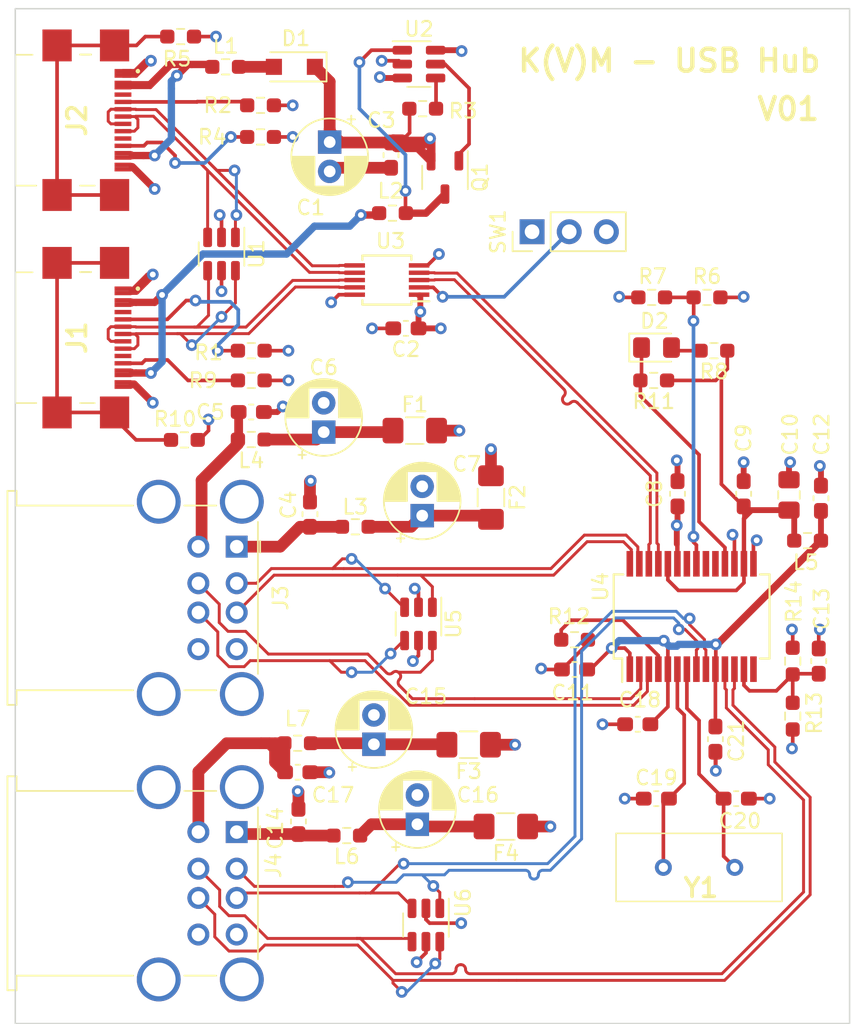
<source format=kicad_pcb>
(kicad_pcb (version 20211014) (generator pcbnew)
  (title_block (title "K(V)M PCB") (date "2023-01-09") (rev "v01"))
  (layers (0 "F.Cu" signal) (1 "In1.Cu" signal) (2 "In2.Cu" signal) (31 "B.Cu" signal) (34 "B.Paste" user) (35 "F.Paste" user) (36 "B.SilkS" user "B.Silkscreen") (37 "F.SilkS" user "F.Silkscreen") (38 "B.Mask" user) (39 "F.Mask" user) (44 "Edge.Cuts" user))
  (net 0 "")
  (net 1 "V5")
  (net 2 "GND")
  (net 3 "DVDD")
  (net 4 "X1")
  (net 5 "X2")
  (net 6 "RESET")
  (net 7 "Net-(C4-Pad2)")
  (net 8 "Net-(C5-Pad2)")
  (net 9 "Net-(C6-Pad1)")
  (net 10 "Net-(C7-Pad1)")
  (net 11 "AVDD")
  (net 12 "Net-(C14-Pad2)")
  (net 13 "Net-(C15-Pad1)")
  (net 14 "Net-(C16-Pad1)")
  (net 15 "Net-(C17-Pad2)")
  (net 16 "USB1V5")
  (net 17 "PGANG")
  (net 18 "Net-(D2-Pad2)")
  (net 21 "USB2V5")
  (net 22 "OVCUR1")
  (net 23 "Net-(SW1-Pad2)")
  (net 24 "/gate")
  (net 25 "D1IN+")
  (net 26 "D1IN-")
  (net 27 "D2IN+")
  (net 28 "D2IN-")
  (net 29 "D1-")
  (net 30 "D1+")
  (net 31 "D2-")
  (net 32 "D2+")
  (net 33 "D4+")
  (net 34 "D4-")
  (net 35 "D3+")
  (net 36 "D3-")
  (net 37 "D0+")
  (net 38 "D0-")
  (net 39 "Net-(J2-PadA5)")
  (net 45 "Net-(J2-PadB5)")
  (net 47 "USB2VBUS")
  (net 48 "Net-(J2-PadMP1)")
  (net 49 "Net-(R3-Pad1)")
  (net 50 "Net-(R12-Pad2)")
  (net 51 "USB1VBUS")
  (net 52 "Net-(J1-PadA5)")
  (net 53 "Net-(J1-PadB5)")
  (net 54 "Net-(J1-PadMP1)")
  (footprint "Resistor_SMD:R_0603_1608Metric_Pad0.98x0.95mm_HandSolder" (layer "F.Cu") (at 71.247 68.834)
    (fp_text reference "R10")
    (fp_text value "1M")
  )
  (footprint "Capacitor_SMD:C_0603_1608Metric_Pad1.08x0.95mm_HandSolder" (layer "F.Cu") (at 102.235 88.265 180)
    (fp_text reference "C18")
    (fp_text value "100n")
  )
  (footprint "Fuse:Fuse_1206_3216Metric_Pad1.42x1.75mm_HandSolder" (layer "F.Cu") (at 90.678 89.662 180)
    (fp_text reference "F3")
    (fp_text value "Polyfuse")
  )
  (footprint "Connector_USB:USB_A_Wuerth_61400826021_Horizontal_Stacked" (layer "F.Cu") (at 74.825 76.129 -90)
    (fp_text reference "J3")
    (fp_text value "USB_A_Stacked" hide)
  )
  (footprint "Capacitor_SMD:C_0603_1608Metric_Pad1.08x0.95mm_HandSolder" (layer "F.Cu") (at 107.5436 89.281 -90)
    (fp_text reference "C21")
    (fp_text value "100n")
  )
  (footprint "Resistor_SMD:R_0603_1608Metric_Pad0.98x0.95mm_HandSolder" (layer "F.Cu") (at 82.931 74.771 180)
    (fp_text reference "L3")
    (fp_text value "600")
  )
  (footprint "Resistor_SMD:R_0603_1608Metric_Pad0.98x0.95mm_HandSolder" (layer "F.Cu") (at 106.9696 59.0962 180)
    (fp_text reference "R6")
    (fp_text value "10K")
  )
  (footprint "Resistor_SMD:R_0603_1608Metric_Pad0.98x0.95mm_HandSolder" (layer "F.Cu") (at 97.917 82.4896 180)
    (fp_text reference "R12")
    (fp_text value "680")
  )
  (footprint "Diode_SMD:D_SOD-123F" (layer "F.Cu") (at 78.7665 43.342908 180)
    (fp_text reference "D1")
    (fp_text value "D_Schottky")
  )
  (footprint "Capacitor_SMD:C_0603_1608Metric_Pad1.08x0.95mm_HandSolder" (layer "F.Cu") (at 108.966 93.345 180)
    (fp_text reference "C20")
    (fp_text value "33p")
  )
  (footprint "Resistor_SMD:R_0603_1608Metric_Pad0.98x0.95mm_HandSolder" (layer "F.Cu") (at 103.189544 59.0962 180)
    (fp_text reference "R7")
    (fp_text value "20K")
  )
  (footprint "Resistor_SMD:R_0603_1608Metric_Pad0.98x0.95mm_HandSolder" (layer "F.Cu") (at 75.819 62.738)
    (fp_text reference "R1")
    (fp_text value "5.11K")
  )
  (footprint "Resistor_SMD:R_0603_1608Metric_Pad0.98x0.95mm_HandSolder" (layer "F.Cu") (at 75.819 64.77)
    (fp_text reference "R9")
    (fp_text value "5.11K")
  )
  (footprint "Capacitor_SMD:C_0603_1608Metric_Pad1.08x0.95mm_HandSolder" (layer "F.Cu") (at 114.7572 72.8218 90)
    (fp_text reference "C12")
    (fp_text value "100n")
  )
  (footprint "Capacitor_SMD:C_0603_1608Metric_Pad1.08x0.95mm_HandSolder" (layer "F.Cu") (at 103.505 93.345)
    (fp_text reference "C19")
    (fp_text value "33p")
  )
  (footprint "Capacitor_SMD:C_0603_1608Metric_Pad1.08x0.95mm_HandSolder" (layer "F.Cu") (at 86.3885 61.214 180)
    (fp_text reference "C2")
    (fp_text value "100n")
  )
  (footprint "Resistor_SMD:R_0603_1608Metric_Pad0.98x0.95mm_HandSolder" (layer "F.Cu") (at 107.442 62.738 180)
    (fp_text reference "R8")
    (fp_text value "780")
  )
  (footprint "Package_TO_SOT_SMD:SOT-23-3" (layer "F.Cu") (at 89.059 50.9005 -90)
    (fp_text reference "Q1")
    (fp_text value "Q_PMOS_GSD")
  )
  (footprint "Capacitor_THT:CP_Radial_D5.0mm_P2.00mm" (layer "F.Cu") (at 80.772 68.302339 90)
    (fp_text reference "C6")
    (fp_text value "100u")
  )
  (footprint "Package_TO_SOT_SMD:SOT-23-6" (layer "F.Cu") (at 73.787 56.134 -90)
    (fp_text reference "U1")
    (fp_text value "SRV05-4")
  )
  (footprint "Capacitor_SMD:C_0805_2012Metric_Pad1.18x1.45mm_HandSolder" (layer "F.Cu") (at 112.5728 72.5941 90)
    (fp_text reference "C10")
    (fp_text value "10u")
  )
  (footprint "Library:USB4110GFA" (layer "F.Cu") (at 63.373 46.99 -90)
    (fp_text reference "J2")
    (fp_text value "USB4110-GF-A" hide)
  )
  (footprint "Resistor_SMD:R_0603_1608Metric_Pad0.98x0.95mm_HandSolder" (layer "F.Cu") (at 76.454 45.974)
    (fp_text reference "R2")
    (fp_text value "5.11K")
  )
  (footprint "Capacitor_SMD:C_0603_1608Metric_Pad1.08x0.95mm_HandSolder" (layer "F.Cu") (at 104.9528 72.517 90)
    (fp_text reference "C8")
    (fp_text value "100n" hide)
  )
  (footprint "Resistor_SMD:R_0603_1608Metric_Pad0.98x0.95mm_HandSolder" (layer "F.Cu") (at 103.3272 64.77 180)
    (fp_text reference "R11")
    (fp_text value "100k")
  )
  (footprint "Capacitor_THT:CP_Radial_D5.0mm_P2.00mm" (layer "F.Cu") (at 87.503 74.009 90)
    (fp_text reference "C7")
    (fp_text value "100u")
  )
  (footprint "Resistor_SMD:R_0603_1608Metric_Pad0.98x0.95mm_HandSolder" (layer "F.Cu") (at 85.471 53.34)
    (fp_text reference "L2")
    (fp_text value "600")
  )
  (footprint "Package_TO_SOT_SMD:SOT-23-6" (layer "F.Cu") (at 87.757 101.981 -90)
    (fp_text reference "U6")
    (fp_text value "SRV05-4")
  )
  (footprint "Resistor_SMD:R_0603_1608Metric_Pad0.98x0.95mm_HandSolder" (layer "F.Cu") (at 112.8268 87.7081 90)
    (fp_text reference "R13")
    (fp_text value "10K")
  )
  (footprint "Capacitor_SMD:C_0603_1608Metric_Pad1.08x0.95mm_HandSolder" (layer "F.Cu") (at 75.819 66.929 180)
    (fp_text reference "C5")
    (fp_text value "100n")
  )
  (footprint "Resistor_SMD:R_0603_1608Metric_Pad0.98x0.95mm_HandSolder" (layer "F.Cu") (at 75.819 68.8086 180)
    (fp_text reference "L4")
    (fp_text value "600")
  )
  (footprint "Capacitor_SMD:C_0603_1608Metric_Pad1.08x0.95mm_HandSolder" (layer "F.Cu") (at 85.3705 49.3765 90)
    (fp_text reference "C3")
    (fp_text value "100n")
  )
  (footprint "Capacitor_SMD:C_0603_1608Metric_Pad1.08x0.95mm_HandSolder" (layer "F.Cu") (at 79.0448 94.904487 -90)
    (fp_text reference "C14")
    (fp_text value "100n")
  )
  (footprint "Connector_PinHeader_2.54mm:PinHeader_1x03_P2.54mm_Vertical" (layer "F.Cu") (at 95.011 54.61 90)
    (fp_text reference "SW1")
    (fp_text value "SW_DPDT_x2")
  )
  (footprint "Resistor_SMD:R_0603_1608Metric_Pad0.98x0.95mm_HandSolder" (layer "F.Cu") (at 87.535 46.202908 180)
    (fp_text reference "R3")
    (fp_text value "470K")
  )
  (footprint "Capacitor_THT:CP_Radial_D5.0mm_P2.00mm" (layer "F.Cu") (at 84.201 89.63 90)
    (fp_text reference "C15")
    (fp_text value "100u")
  )
  (footprint "Resistor_SMD:R_0603_1608Metric_Pad0.98x0.95mm_HandSolder" (layer "F.Cu") (at 74.0675 43.342908)
    (fp_text reference "L1")
    (fp_text value "600")
  )
  (footprint "Library:USB4110GFA" (layer "F.Cu") (at 63.373 61.849 -90)
    (fp_text reference "J1")
    (fp_text value "USB4110-GF-A" hide)
  )
  (footprint "Capacitor_SMD:C_0603_1608Metric_Pad1.08x0.95mm_HandSolder" (layer "F.Cu") (at 109.474 72.517 90)
    (fp_text reference "C9")
    (fp_text value "100n")
  )
  (footprint "Package_SO:SSOP-28_5.3x10.2mm_P0.65mm" (layer "F.Cu") (at 105.918 80.899 90)
    (fp_text reference "U4")
    (fp_text value "GL850G")
  )
  (footprint "Capacitor_THT:CP_Radial_D5.0mm_P2.00mm" (layer "F.Cu") (at 81.1795 48.485988 -90)
    (fp_text reference "C1")
    (fp_text value "100u")
  )
  (footprint "LED_SMD:LED_0805_2012Metric_Pad1.15x1.40mm_HandSolder" (layer "F.Cu") (at 103.5171 62.5252)
    (fp_text reference "D2")
    (fp_text value "LED")
  )
  (footprint "Package_SO:MSOP-10_3x3mm_P0.5mm" (layer "F.Cu") (at 85.09 57.912 180)
    (fp_text reference "U3")
    (fp_text value "FSUSB42MUX")
  )
  (footprint "Package_TO_SOT_SMD:SOT-23-6" (layer "F.Cu") (at 87.249 81.407 -90)
    (fp_text reference "U5")
    (fp_text value "SRV05-4")
  )
  (footprint "Capacitor_SMD:C_0603_1608Metric_Pad1.08x0.95mm_HandSolder" (layer "F.Cu") (at 97.917 84.5216 180)
    (fp_text reference "C11")
    (fp_text value "100n")
  )
  (footprint "Capacitor_THT:CP_Radial_D5.0mm_P2.00mm" (layer "F.Cu") (at 87.1728 95.096521 90)
    (fp_text reference "C16")
    (fp_text value "100u")
  )
  (footprint "Connector_USB:USB_A_Wuerth_61400826021_Horizontal_Stacked" (layer "F.Cu") (at 74.825 95.63001 -90)
    (fp_text reference "J4")
    (fp_text value "USB_A_Stacked" hide)
  )
  (footprint "Resistor_SMD:R_0603_1608Metric_Pad0.98x0.95mm_HandSolder" (layer "F.Cu") (at 70.993 41.275)
    (fp_text reference "R5")
    (fp_text value "1M")
  )
  (footprint "Resistor_SMD:R_0603_1608Metric_Pad0.98x0.95mm_HandSolder" (layer "F.Cu") (at 82.3468 95.869687 180)
    (fp_text reference "L6")
    (fp_text value "600")
  )
  (footprint "Resistor_SMD:R_0603_1608Metric_Pad0.98x0.95mm_HandSolder" (layer "F.Cu") (at 76.454 48.133)
    (fp_text reference "R4")
    (fp_text value "5.11K")
  )
  (footprint "Package_TO_SOT_SMD:TSOT-23-6" (layer "F.Cu") (at 87.281 43.154908)
    (fp_text reference "U2")
    (fp_text value "LTC4412xS6")
  )
  (footprint "Capacitor_SMD:C_0603_1608Metric_Pad1.08x0.95mm_HandSolder" (layer "F.Cu") (at 79.8322 73.9074 -90)
    (fp_text reference "C4")
    (fp_text value "100n")
  )
  (footprint "Capacitor_SMD:C_0603_1608Metric_Pad1.08x0.95mm_HandSolder" (layer "F.Cu") (at 78.994 91.5416 180)
    (fp_text reference "C17")
    (fp_text value "100n")
  )
  (footprint "Resistor_SMD:R_0603_1608Metric_Pad0.98x0.95mm_HandSolder" (layer "F.Cu") (at 113.8428 75.7174 180)
    (fp_text reference "L5")
    (fp_text value "600")
  )
  (footprint "Fuse:Fuse_1206_3216Metric_Pad1.42x1.75mm_HandSolder" (layer "F.Cu") (at 86.995 68.199 180)
    (fp_text reference "F1")
    (fp_text value "Polyfuse")
  )
  (footprint "Fuse:Fuse_1206_3216Metric_Pad1.42x1.75mm_HandSolder" (layer "F.Cu") (at 92.202 72.771 -90)
    (fp_text reference "F2")
    (fp_text value "Polyfuse")
  )
  (footprint "Fuse:Fuse_1206_3216Metric_Pad1.42x1.75mm_HandSolder" (layer "F.Cu") (at 93.218 95.25 180)
    (fp_text reference "F4")
    (fp_text value "Polyfuse")
  )
  (footprint "Library:ECS120184XCKM" (layer "F.Cu") (at 103.986 98.044)
    (fp_text reference "Y1")
    (fp_text value "Crystal" hide)
  )
  (footprint "Resistor_SMD:R_0603_1608Metric_Pad0.98x0.95mm_HandSolder" (layer "F.Cu") (at 112.8268 83.947 90)
    (fp_text reference "R14")
    (fp_text value "47K")
  )
  (footprint "Capacitor_SMD:C_0603_1608Metric_Pad1.08x0.95mm_HandSolder" (layer "F.Cu") (at 114.6048 83.9489 90)
    (fp_text reference "C13")
    (fp_text value "100n")
  )
  (footprint "Resistor_SMD:R_0603_1608Metric_Pad0.98x0.95mm_HandSolder" (layer "F.Cu") (at 78.994 89.5604 180)
    (fp_text reference "L7")
    (fp_text value "600")
  )
  (gr_rect (start 116.713 39.37) (end 59.69 108.712) (layer "Edge.Cuts") (width 0.1) (fill none))
  (gr_text "K(V)M - USB Hub\n" (at 104.394 42.926) (layer "F.SilkS") (effects (font (size 1.5 1.5) (thickness 0.3))))
  (gr_text "V01" (at 112.522 46.228) (layer "F.SilkS") (effects (font (size 1.5 1.5) (thickness 0.3))))
  (segment (start 92.202 71.2835) (end 92.202 69.469) (width 0.8) (layer "F.Cu") (net 1))
  (segment (start 81.915 48.514) (end 81.207512 48.514) (width 0.8) (layer "F.Cu") (net 1))
  (segment (start 85.524 48.3605) (end 85.3705 48.514) (width 0.8) (layer "F.Cu") (net 1))
  (segment (start 107.8821 59.0962) (end 109.4328 59.0962) (width 0.25) (layer "F.Cu") (net 1))
  (segment (start 109.4328 59.0962) (end 109.474 59.055) (width 0.25) (layer "F.Cu") (net 1))
  (segment (start 87.757 103.886) (end 87.122 104.521) (width 0.25) (layer "F.Cu") (net 1))
  (segment (start 112.8268 89.8652) (end 112.776 89.916) (width 0.25) (layer "F.Cu") (net 1))
  (segment (start 87.2145 48.8685) (end 88.109 49.763) (width 0.6) (layer "F.Cu") (net 1))
  (segment (start 88.4825 68.199) (end 90.043 68.199) (width 0.8) (layer "F.Cu") (net 1))
  (segment (start 81.1795 44.355908) (end 80.1665 43.342908) (width 0.8) (layer "F.Cu") (net 1))
  (segment (start 85.3705 48.514) (end 85.725 48.8685) (width 0.6) (layer "F.Cu") (net 1))
  (segment (start 81.1795 47.5985) (end 81.1795 44.355908) (width 0.8) (layer "F.Cu") (net 1))
  (segment (start 86.6405 46.2015) (end 86.639092 46.202908) (width 0.25) (layer "F.Cu") (net 1))
  (segment (start 87.249 82.5445) (end 87.249 83.566) (width 0.25) (layer "F.Cu") (net 1))
  (segment (start 90.136908 42.204908) (end 90.1965 42.2645) (width 0.4) (layer "F.Cu") (net 1))
  (segment (start 85.979 48.514) (end 86.6405 47.8525) (width 0.25) (layer "F.Cu") (net 1))
  (segment (start 81.1795 48.485988) (end 81.1795 47.5985) (width 0.8) (layer "F.Cu") (net 1))
  (segment (start 87.376 60.071) (end 87.376 58.998) (width 0.4) (layer "F.Cu") (net 1))
  (segment (start 73.787 58.674) (end 73.787 57.2715) (width 0.25) (layer "F.Cu") (net 1))
  (segment (start 108.843 75.442) (end 108.712 75.311) (width 0.25) (layer "F.Cu") (net 1))
  (segment (start 85.3705 48.514) (end 87.757 48.514) (width 0.8) (layer "F.Cu") (net 1))
  (segment (start 104.9528 73.3795) (end 104.9528 74.6252) (width 0.4) (layer "F.Cu") (net 1))
  (segment (start 87.251 61.214) (end 88.773 61.214) (width 0.4) (layer "F.Cu") (net 1))
  (segment (start 94.7055 95.25) (end 96.266 95.25) (width 0.8) (layer "F.Cu") (net 1))
  (segment (start 87.757 48.514) (end 88.0375 48.2335) (width 0.8) (layer "F.Cu") (net 1))
  (segment (start 87.34 58.962) (end 87.29 58.962) (width 0.4) (layer "F.Cu") (net 1))
  (segment (start 87.251 60.196) (end 87.376 60.071) (width 0.4) (layer "F.Cu") (net 1))
  (segment (start 104.943 75.987) (end 104.943 77.299) (width 0.3) (layer "F.Cu") (net 1))
  (segment (start 88.4185 42.204908) (end 90.136908 42.204908) (width 0.4) (layer "F.Cu") (net 1))
  (segment (start 88.109 49.763) (end 88.109 48.305) (width 0.6) (layer "F.Cu") (net 1))
  (segment (start 87.376 58.998) (end 87.34 58.962) (width 0.4) (layer "F.Cu") (net 1))
  (segment (start 81.1795 47.5985) (end 81.1795 47.7785) (width 0.8) (layer "F.Cu") (net 1))
  (segment (start 104.9528 74.6252) (end 104.902 74.676) (width 0.4) (layer "F.Cu") (net 1))
  (segment (start 88.109 48.305) (end 88.0375 48.2335) (width 0.6) (layer "F.Cu") (net 1))
  (segment (start 104.902 75.946) (end 104.943 75.987) (width 0.3) (layer "F.Cu") (net 1))
  (segment (start 108.843 77.299) (end 108.843 75.442) (width 0.25) (layer "F.Cu") (net 1))
  (segment (start 81.207512 48.514) (end 81.1795 48.485988) (width 0.8) (layer "F.Cu") (net 1))
  (segment (start 104.902 74.676) (end 104.902 75.946) (width 0.4) (layer "F.Cu") (net 1))
  (segment (start 87.757 102.9915) (end 87.757 103.886) (width 0.25) (layer "F.Cu") (net 1))
  (segment (start 87.251 61.214) (end 87.251 60.196) (width 0.4) (layer "F.Cu") (net 1))
  (segment (start 86.639092 46.202908) (end 86.6225 46.202908) (width 0.25) (layer "F.Cu") (net 1))
  (segment (start 85.725 48.8685) (end 87.2145 48.8685) (width 0.6) (layer "F.Cu") (net 1))
  (segment (start 81.1795 47.7785) (end 81.915 48.514) (width 0.8) (layer "F.Cu") (net 1))
  (segment (start 85.3705 48.514) (end 85.979 48.514) (width 0.25) (layer "F.Cu") (net 1))
  (segment (start 85.3705 48.514) (end 81.915 48.514) (width 0.8) (layer "F.Cu") (net 1))
  (segment (start 86.6405 47.8525) (end 86.6405 46.2015) (width 0.25) (layer "F.Cu") (net 1))
  (segment (start 87.757 103.1185) (end 87.757 103.886) (width 0.25) (layer "F.Cu") (net 1))
  (segment (start 112.8268 88.6206) (end 112.8268 89.8652) (width 0.25) (layer "F.Cu") (net 1))
  (segment (start 86.1325 48.3605) (end 85.524 48.3605) (width 0.8) (layer "F.Cu") (net 1))
  (segment (start 87.249 83.566) (end 86.868 83.947) (width 0.25) (layer "F.Cu") (net 1))
  (segment (start 92.1655 89.662) (end 93.853 89.662) (width 0.8) (layer "F.Cu") (net 1))
  (via (at 92.202 69.469) (size 0.8) (drill 0.4) (layers "F.Cu" "B.Cu") (net 1))
  (via (at 86.868 83.947) (size 0.8) (drill 0.4) (layers "F.Cu" "B.Cu") (net 1))
  (via (at 112.776 89.916) (size 0.8) (drill 0.4) (layers "F.Cu" "B.Cu") (net 1))
  (via (at 104.902 74.676) (size 0.8) (drill 0.4) (layers "F.Cu" "B.Cu") (net 1))
  (via (at 90.043 68.199) (size 0.8) (drill 0.4) (layers "F.Cu" "B.Cu") (net 1))
  (via (at 87.376 60.071) (size 0.8) (drill 0.4) (layers "F.Cu" "B.Cu") (net 1))
  (via (at 87.122 104.521) (size 0.8) (drill 0.4) (layers "F.Cu" "B.Cu") (net 1))
  (via (at 88.773 61.214) (size 0.8) (drill 0.4) (layers "F.Cu" "B.Cu") (net 1))
  (via (at 90.1965 42.2645) (size 0.8) (drill 0.4) (layers "F.Cu" "B.Cu") (net 1))
  (via (at 88.0375 48.2335) (size 0.8) (drill 0.4) (layers "F.Cu" "B.Cu") (net 1))
  (via (at 96.266 95.25) (size 0.8) (drill 0.4) (layers "F.Cu" "B.Cu") (net 1))
  (via (at 108.712 75.311) (size 0.8) (drill 0.4) (layers "F.Cu" "B.Cu") (net 1))
  (via (at 109.474 59.055) (size 0.8) (drill 0.4) (layers "F.Cu" "B.Cu") (net 1))
  (via (at 73.787 58.674) (size 0.8) (drill 0.4) (layers "F.Cu" "B.Cu") (net 1))
  (via (at 93.853 89.662) (size 0.8) (drill 0.4) (layers "F.Cu" "B.Cu") (net 1))
  (segment (start 86.133908 43.154908) (end 86.1325 43.1535) (width 0.25) (layer "F.Cu") (net 2))
  (segment (start 67.945 58.674) (end 68.58 58.039) (width 0.5) (layer "F.Cu") (net 2))
  (segment (start 88.011 101.854) (end 90.17 101.854) (width 0.25) (layer "F.Cu") (net 2))
  (segment (start 76.7315 62.738) (end 78.359 62.738) (width 0.25) (layer "F.Cu") (net 2))
  (segment (start 68.58 58.039) (end 69.088 57.531) (width 0.5) (layer "F.Cu") (net 2))
  (segment (start 77.3665 45.974) (end 78.651908 45.974) (width 0.25) (layer "F.Cu") (net 2))
  (segment (start 81.804 58.912) (end 81.28 59.436) (width 0.25) (layer "F.Cu") (net 2))
  (segment (start 71.9055 41.275) (end 73.406 41.275) (width 0.25) (layer "F.Cu") (net 2))
  (segment (start 86.1435 44.104908) (end 84.670908 44.104908) (width 0.4) (layer "F.Cu") (net 2))
  (segment (start 67.818 65.024) (end 69.088 66.294) (width 0.5) (layer "F.Cu") (net 2))
  (segment (start 67.691 65.151) (end 67.691 65.024) (width 0.25) (layer "F.Cu") (net 2))
  (segment (start 87.757 101.6) (end 88.011 101.854) (width 0.25) (layer "F.Cu") (net 2))
  (segment (start 102.6425 93.345) (end 101.346 93.345) (width 0.25) (layer "F.Cu") (net 2))
  (segment (start 85.526 61.214) (end 84.074 61.214) (width 0.25) (layer "F.Cu") (net 2))
  (segment (start 67.691 65.024) (end 67.691 64.897) (width 0.25) (layer "F.Cu") (net 2))
  (segment (start 101.0062 59.0962) (end 100.965 59.055) (width 0.25) (layer "F.Cu") (net 2))
  (segment (start 98.8295 82.4896) (end 98.8295 82.7466) (width 0.25) (layer "F.Cu") (net 2))
  (segment (start 86.1325 43.1535) (end 85.908408 42.929408) (width 0.25) (layer "F.Cu") (net 2))
  (segment (start 107.569 90.1689) (end 107.5436 90.1435) (width 0.25) (layer "F.Cu") (net 2))
  (segment (start 112.8268 81.8388) (end 112.776 81.788) (width 0.25) (layer "F.Cu") (net 2))
  (segment (start 109.8285 93.345) (end 111.252 93.345) (width 0.25) (layer "F.Cu") (net 2))
  (segment (start 67.053 50.038) (end 67.051 50.04) (width 0.25) (layer "F.Cu") (net 2))
  (segment (start 110.143 75.912) (end 110.363 75.692) (width 0.25) (layer "F.Cu") (net 2))
  (segment (start 79.0448 94.041987) (end 79.0448 92.8878) (width 0.8) (layer "F.Cu") (net 2))
  (segment (start 88.519 56.261) (end 88.646 56.134) (width 0.25) (layer "F.Cu") (net 2))
  (segment (start 107.569 91.44) (end 107.569 90.1689) (width 0.25) (layer "F.Cu") (net 2))
  (segment (start 72.898 68.199) (end 72.898 67.437) (width 0.25) (layer "F.Cu") (net 2))
  (segment (start 104.9528 70.2818) (end 104.902 70.231) (width 0.4) (layer "F.Cu") (net 2))
  (segment (start 67.691 58.674) (end 67.691 58.547) (width 0.25) (layer "F.Cu") (net 2))
  (segment (start 107.5436 90.1435) (end 107.5436 91.4146) (width 0.25) (layer "F.Cu") (net 2))
  (segment (start 101.3725 88.265) (end 99.822 88.265) (width 0.25) (layer "F.Cu") (net 2))
  (segment (start 67.866 43.64) (end 68.58 42.926) (width 0.3) (layer "F.Cu") (net 2))
  (segment (start 67.691 64.897) (end 67.053 64.897) (width 0.25) (layer "F.Cu") (net 2))
  (segment (start 114.7572 71.9593) (end 114.7572 70.6882) (width 0.4) (layer "F.Cu") (net 2))
  (segment (start 84.670908 44.104908) (end 84.6085 44.0425) (width 0.4) (layer "F.Cu") (net 2))
  (segment (start 67.051 58.799) (end 67.689 58.799) (width 0.25) (layer "F.Cu") (net 2))
  (segment (start 112.8268 83.0345) (end 112.8268 81.8388) (width 0.25) (layer "F.Cu") (net 2))
  (segment (start 67.689 58.799) (end 67.691 58.801) (width 0.25) (layer "F.Cu") (net 2))
  (segment (start 85.908408 42.929408) (end 84.7355 42.929408) (width 0.25) (layer "F.Cu") (net 2))
  (segment (start 72.263 68.834) (end 72.898 68.199) (width 0.25) (layer "F.Cu") (net 2))
  (segment (start 85.3705 50.239) (end 81.426488 50.239) (width 0.8) (layer "F.Cu") (net 2))
  (segment (start 72.1595 68.834) (end 72.263 68.834) (width 0.25) (layer "F.Cu") (net 2))
  (segment (start 81.1276 91.5416) (end 81.153 91.567) (width 0.8) (layer "F.Cu") (net 2))
  (segment (start 87.249 80.2695) (end 87.249 79.248) (width 0.25) (layer "F.Cu") (net 2))
  (segment (start 79.0448 92.8878) (end 78.994 92.837) (width 0.8) (layer "F.Cu") (net 2))
  (segment (start 81.426488 50.239) (end 81.1795 50.485988) (width 0.8) (layer "F.Cu") (net 2))
  (segment (start 77.597 66.929) (end 77.978 66.548) (width 0.4) (layer "F.Cu") (net 2))
  (segment (start 67.691 50.165) (end 69.215 51.689) (width 0.5) (layer "F.Cu") (net 2))
  (segment (start 79.8565 91.5416) (end 81.1276 91.5416) (width 0.8) (layer "F.Cu") (net 2))
  (segment (start 86.1435 43.154908) (end 86.133908 43.154908) (width 0.25) (layer "F.Cu") (net 2))
  (segment (start 67.691 65.024) (end 67.818 65.024) (width 0.5) (layer "F.Cu") (net 2))
  (segment (start 73.787 53.594) (end 73.787 54.9965) (width 0.25) (layer "F.Cu") (net 2))
  (segment (start 87.868 56.912) (end 88.519 56.261) (width 0.25) (layer "F.Cu") (net 2))
  (segment (start 114.7572 70.6882) (end 114.681 70.612) (width 0.4) (layer "F.Cu") (net 2))
  (segment (start 67.691 50.292) (end 67.643 50.34) (width 0.25) (layer "F.Cu") (net 2))
  (segment (start 67.051 43.94) (end 67.947 43.94) (width 0.3) (layer "F.Cu") (net 2))
  (segment (start 114.6048 81.8642) (end 114.681 81.788) (width 0.25) (layer "F.Cu") (net 2))
  (segment (start 82.89 58.912) (end 81.804 58.912) (width 0.25) (layer "F.Cu") (net 2))
  (segment (start 67.691 50.165) (end 67.691 50.292) (width 0.25) (layer "F.Cu") (net 2))
  (segment (start 67.643 65.199) (end 67.691 65.151) (width 0.25) (layer "F.Cu") (net 2))
  (segment (start 67.051 50.34) (end 67.643 50.34) (width 0.25) (layer "F.Cu") (net 2))
  (segment (start 67.053 64.897) (end 67.051 64.899) (width 0.25) (layer "F.Cu") (net 2))
  (segment (start 73.66 53.467) (end 73.787 53.594) (width 0.25) (layer "F.Cu") (net 2))
  (segment (start 98.8295 82.7466) (end 97.0545 84.5216) (width 0.25) (layer "F.Cu") (net 2))
  (segment (start 87.757 100.7165) (end 87.757 101.6) (width 0.25) (layer "F.Cu") (net 2))
  (segment (start 114.6048 83.0864) (end 114.6048 81.8642) (width 0.25) (layer "F.Cu") (net 2))
  (segment (start 67.051 58.499) (end 67.739 58.499) (width 0.25) (layer "F.Cu") (net 2))
  (segment (start 67.051 65.199) (end 67.643 65.199) (width 0.25) (layer "F.Cu") (net 2))
  (segment (start 87.249 79.248) (end 86.995 78.994) (width 0.25) (layer "F.Cu") (net 2))
  (segment (start 76.7315 64.77) (end 78.359 64.77) (width 0.25) (layer "F.Cu") (net 2))
  (segment (start 67.643 58.499) (end 67.051 58.499) (width 0.25) (layer "F.Cu") (net 2))
  (segment (start 87.757 100.8435) (end 87.757 101.6) (width 0.25) (layer "F.Cu") (net 2))
  (segment (start 68.707 57.531) (end 69.088 57.531) (width 0.25) (layer "F.Cu") (net 2))
  (segment (start 112.5728 70.4342) (end 112.649 70.358) (width 0.4) (layer "F.Cu") (net 2))
  (segment (start 87.29 56.912) (end 87.868 56.912) (width 0.25) (layer "F.Cu") (net 2))
  (segment (start 104.9528 71.6545) (end 104.9528 70.2818) (width 0.4) (layer "F.Cu") (net 2))
  (segment (start 67.691 58.801) (end 67.691 58.674) (width 0.25) (layer "F.Cu") (net 2))
  (segment (start 77.3665 48.133) (end 78.651908 48.133) (width 0.25) (layer "F.Cu") (net 2))
  (segment (start 67.739 58.499) (end 68.707 57.531) (width 0.25) (layer "F.Cu") (net 2))
  (segment (start 102.277044 59.0962) (end 101.0062 59.0962) (width 0.25) (layer "F.Cu") (net 2))
  (segment (start 76.6815 66.929) (end 77.597 66.929) (width 0.4) (layer "F.Cu") (net 2))
  (segment (start 109.474 71.6545) (end 109.474 70.358) (width 0.4) (layer "F.Cu") (net 2))
  (segment (start 95.6976 84.5216) (end 95.631 84.455) (width 0.25) (layer "F.Cu") (net 2))
  (segment (start 79.8322 71.6788) (end 79.883 71.628) (width 0.8) (layer "F.Cu") (net 2))
  (segment (start 67.947 43.94) (end 68.961 42.926) (width 0.3) (layer "F.Cu") (net 2))
  (segment (start 79.8322 73.0449) (end 79.8322 71.6788) (width 0.8) (layer "F.Cu") (net 2))
  (segment (start 110.143 77.299) (end 110.143 75.912) (width 0.25) (layer "F.Cu") (net 2))
  (segment (start 112.5728 71.5566) (end 112.5728 70.4342) (width 0.4) (layer "F.Cu") (net 2))
  (segment (start 67.691 50.038) (end 67.053 50.038) (width 0.25) (layer "F.Cu") (net 2))
  (segment (start 67.691 58.547) (end 67.643 58.499) (width 0.25) (layer "F.Cu") (net 2))
  (segment (start 67.691 50.038) (end 67.691 50.165) (width 0.25) (layer "F.Cu") (net 2))
  (segment (start 67.691 58.674) (end 67.945 58.674) (width 0.5) (layer "F.Cu") (net 2))
  (segment (start 67.051 43.64) (end 67.866 43.64) (width 0.3) (layer "F.Cu") (net 2))
  (segment (start 97.0545 84.5216) (end 95.6976 84.5216) (width 0.25) (layer "F.Cu") (net 2))
  (via (at 69.088 57.531) (size 0.8) (drill 0.4) (layers "F.Cu" "B.Cu") (net 2))
  (via (at 84.7355 42.929408) (size 0.8) (drill 0.4) (layers "F.Cu" "B.Cu") (net 2))
  (via (at 114.681 81.788) (size 0.8) (drill 0.4) (layers "F.Cu" "B.Cu") (net 2))
  (via (at 78.359 64.77) (size 0.8) (drill 0.4) (layers "F.Cu" "B.Cu") (net 2))
  (via (at 84.6085 44.0425) (size 0.8) (drill 0.4) (layers "F.Cu" "B.Cu") (net 2))
  (via (at 78.359 62.738) (size 0.8) (drill 0.4) (layers "F.Cu" "B.Cu") (net 2))
  (via (at 84.074 61.214) (size 0.8) (drill 0.4) (layers "F.Cu" "B.Cu") (net 2))
  (via (at 78.994 92.837) (size 0.8) (drill 0.4) (layers "F.Cu" "B.Cu") (net 2))
  (via (at 78.651908 45.974) (size 0.8) (drill 0.4) (layers "F.Cu" "B.Cu") (net 2))
  (via (at 69.088 66.294) (size 0.8) (drill 0.4) (layers "F.Cu" "B.Cu") (net 2))
  (via (at 68.961 42.926) (size 0.8) (drill 0.4) (layers "F.Cu" "B.Cu") (net 2))
  (via (at 109.474 70.358) (size 0.8) (drill 0.4) (layers "F.Cu" "B.Cu") (net 2))
  (via (at 104.902 70.231) (size 0.8) (drill 0.4) (layers "F.Cu" "B.Cu") (net 2))
  (via (at 77.978 66.548) (size 0.8) (drill 0.4) (layers "F.Cu" "B.Cu") (net 2))
  (via (at 72.898 67.437) (size 0.8) (drill 0.4) (layers "F.Cu" "B.Cu") (net 2))
  (via (at 101.346 93.345) (size 0.8) (drill 0.4) (layers "F.Cu" "B.Cu") (net 2))
  (via (at 81.153 91.567) (size 0.8) (drill 0.4) (layers "F.Cu" "B.Cu") (net 2))
  (via (at 79.883 71.628) (size 0.8) (drill 0.4) (layers "F.Cu" "B.Cu") (net 2))
  (via (at 107.569 91.44) (size 0.8) (drill 0.4) (layers "F.Cu" "B.Cu") (net 2))
  (via (at 112.776 81.788) (size 0.8) (drill 0.4) (layers "F.Cu" "B.Cu") (net 2))
  (via (at 110.363 75.692) (size 0.8) (drill 0.4) (layers "F.Cu" "B.Cu") (net 2))
  (via (at 78.651908 48.133) (size 0.8) (drill 0.4) (layers "F.Cu" "B.Cu") (net 2))
  (via (at 95.631 84.455) (size 0.8) (drill 0.4) (layers "F.Cu" "B.Cu") (net 2))
  (via (at 86.995 78.994) (size 0.8) (drill 0.4) (layers "F.Cu" "B.Cu") (net 2))
  (via (at 111.252 93.345) (size 0.8) (drill 0.4) (layers "F.Cu" "B.Cu") (net 2))
  (via (at 90.17 101.854) (size 0.8) (drill 0.4) (layers "F.Cu" "B.Cu") (net 2))
  (via (at 73.406 41.275) (size 0.8) (drill 0.4) (layers "F.Cu" "B.Cu") (net 2))
  (via (at 114.681 70.612) (size 0.8) (drill 0.4) (layers "F.Cu" "B.Cu") (net 2))
  (via (at 73.66 53.467) (size 0.8) (drill 0.4) (layers "F.Cu" "B.Cu") (net 2))
  (via (at 69.215 51.689) (size 0.8) (drill 0.4) (layers "F.Cu" "B.Cu") (net 2))
  (via (at 81.28 59.436) (size 0.8) (drill 0.4) (layers "F.Cu" "B.Cu") (net 2))
  (via (at 112.649 70.358) (size 0.8) (drill 0.4) (layers "F.Cu" "B.Cu") (net 2))
  (via (at 88.646 56.134) (size 0.8) (drill 0.4) (layers "F.Cu" "B.Cu") (net 2))
  (via (at 99.822 88.265) (size 0.8) (drill 0.4) (layers "F.Cu" "B.Cu") (net 2))
  (via (at 100.965 59.055) (size 0.8) (drill 0.4) (layers "F.Cu" "B.Cu") (net 2))
  (segment (start 108.966 79.121) (end 105.015 79.121) (width 0.25) (layer "F.Cu") (net 3))
  (segment (start 105.015 79.121) (end 104.293 78.399) (width 0.25) (layer "F.Cu") (net 3))
  (segment (start 112.9303 75.7174) (end 112.9303 73.9891) (width 0.4) (layer "F.Cu") (net 3))
  (segment (start 108.3545 63.9845) (end 108.3545 62.738) (width 0.25) (layer "F.Cu") (net 3))
  (segment (start 109.493 77.299) (end 109.493 78.594) (width 0.25) (layer "F.Cu") (net 3))
  (segment (start 107.95 64.389) (end 108.204 64.135) (width 0.25) (layer "F.Cu") (net 3))
  (segment (start 107.95 71.8555) (end 107.95 64.389) (width 0.25) (layer "F.Cu") (net 3))
  (segment (start 109.493 77.299) (end 109.493 74.2192) (width 0.3) (layer "F.Cu") (net 3))
  (segment (start 109.7261 73.6316) (end 109.474 73.3795) (width 0.4) (layer "F.Cu") (net 3))
  (segment (start 108.204 64.135) (end 108.3545 63.9845) (width 0.25) (layer "F.Cu") (net 3))
  (segment (start 109.493 78.594) (end 108.966 79.121) (width 0.25) (layer "F.Cu") (net 3))
  (segment (start 104.2397 64.77) (end 107.569 64.77) (width 0.25) (layer "F.Cu") (net 3))
  (segment (start 107.569 64.77) (end 108.204 64.135) (width 0.25) (layer "F.Cu") (net 3))
  (segment (start 109.474 73.3795) (end 107.95 71.8555) (width 0.25) (layer "F.Cu") (net 3))
  (segment (start 104.293 78.399) (end 104.293 77.299) (width 0.25) (layer "F.Cu") (net 3))
  (segment (start 110.0806 73.6316) (end 109.7261 73.6316) (width 0.4) (layer "F.Cu") (net 3))
  (segment (start 109.493 77.299) (end 109.493 73.3985) (width 0.25) (layer "F.Cu") (net 3))
  (segment (start 112.9303 73.9891) (end 112.5728 73.6316) (width 0.4) (layer "F.Cu") (net 3))
  (segment (start 109.493 74.2192) (end 110.0806 73.6316) (width 0.3) (layer "F.Cu") (net 3))
  (segment (start 109.493 73.3985) (end 109.474 73.3795) (width 0.25) (layer "F.Cu") (net 3))
  (segment (start 112.5728 73.6316) (end 110.0806 73.6316) (width 0.4) (layer "F.Cu") (net 3))
  (segment (start 104.3675 93.345) (end 103.986 93.7265) (width 0.25) (layer "F.Cu") (net 4))
  (segment (start 104.943 87.163) (end 105.41 87.63) (width 0.25) (layer "F.Cu") (net 4))
  (segment (start 103.986 93.7265) (end 103.986 98.044) (width 0.25) (layer "F.Cu") (net 4))
  (segment (start 105.41 87.63) (end 105.41 92.3025) (width 0.25) (layer "F.Cu") (net 4))
  (segment (start 105.41 92.3025) (end 104.3675 93.345) (width 0.25) (layer "F.Cu") (net 4))
  (segment (start 104.943 84.499) (end 104.943 87.163) (width 0.25) (layer "F.Cu") (net 4))
  (segment (start 106.426 91.6675) (end 108.1035 93.345) (width 0.25) (layer "F.Cu") (net 5))
  (segment (start 105.593 84.499) (end 105.593 87.176604) (width 0.25) (layer "F.Cu") (net 5))
  (segment (start 105.593 87.176604) (end 106.426 88.009604) (width 0.25) (layer "F.Cu") (net 5))
  (segment (start 106.426 88.009604) (end 106.426 91.6675) (width 0.25) (layer "F.Cu") (net 5))
  (segment (start 108.1035 97.2815) (end 108.866 98.044) (width 0.25) (layer "F.Cu") (net 5))
  (segment (start 108.1035 93.345) (end 108.1035 97.2815) (width 0.25) (layer "F.Cu") (net 5))
  (segment (start 111.7073 85.979) (end 109.873 85.979) (width 0.25) (layer "F.Cu") (net 6))
  (segment (start 114.6048 84.8114) (end 112.8749 84.8114) (width 0.25) (layer "F.Cu") (net 6))
  (segment (start 112.8268 84.8595) (end 111.7073 85.979) (width 0.25) (layer "F.Cu") (net 6))
  (segment (start 112.8749 84.8114) (end 112.8268 84.8595) (width 0.25) (layer "F.Cu") (net 6))
  (segment (start 109.493 85.599) (end 109.493 84.499) (width 0.25) (layer "F.Cu") (net 6))
  (segment (start 109.873 85.979) (end 109.493 85.599) (width 0.25) (layer "F.Cu") (net 6))
  (segment (start 112.8268 86.7956) (end 112.8268 84.8595) (width 0.25) (layer "F.Cu") (net 6))
  (segment (start 79.1541 74.7699) (end 77.795 76.129) (width 0.8) (layer "F.Cu") (net 7))
  (segment (start 79.8333 74.771) (end 79.8322 74.7699) (width 0.8) (layer "F.Cu") (net 7))
  (segment (start 79.8322 74.7699) (end 79.1541 74.7699) (width 0.8) (layer "F.Cu") (net 7))
  (segment (start 82.0185 74.771) (end 79.8333 74.771) (width 0.8) (layer "F.Cu") (net 7))
  (segment (start 77.795 76.129) (end 74.825 76.129) (width 0.8) (layer "F.Cu") (net 7))
  (segment (start 72.425 71.593) (end 72.425 75.909) (width 0.8) (layer "F.Cu") (net 8))
  (segment (start 74.9065 68.8086) (end 74.9065 69.1115) (width 0.8) (layer "F.Cu") (net 8))
  (segment (start 74.9065 69.1115) (end 72.425 71.593) (width 0.8) (layer "F.Cu") (net 8))
  (segment (start 74.9565 66.929) (end 74.9565 68.7586) (width 0.6) (layer "F.Cu") (net 8))
  (segment (start 72.425 75.909) (end 72.205 76.129) (width 0.8) (layer "F.Cu") (net 8))
  (segment (start 74.9565 68.7586) (end 74.9065 68.8086) (width 0.6) (layer "F.Cu") (net 8))
  (segment (start 76.7315 68.8086) (end 80.265739 68.8086) (width 0.8) (layer "F.Cu") (net 9))
  (segment (start 80.265739 68.8086) (end 80.772 68.302339) (width 0.8) (layer "F.Cu") (net 9))
  (segment (start 80.772 68.302339) (end 85.404161 68.302339) (width 0.8) (layer "F.Cu") (net 9))
  (segment (start 85.404161 68.302339) (end 85.5075 68.199) (width 0.8) (layer "F.Cu") (net 9))
  (segment (start 86.741 74.771) (end 87.503 74.009) (width 0.8) (layer "F.Cu") (net 10))
  (segment (start 87.503 74.009) (end 91.88249 74.009) (width 0.8) (layer "F.Cu") (net 10))
  (segment (start 83.8435 74.771) (end 86.741 74.771) (width 0.8) (layer "F.Cu") (net 10))
  (segment (start 91.88249 74.009) (end 92.1115 74.23801) (width 0.8) (layer "F.Cu") (net 10))
  (segment (start 107.6687 82.804) (end 114.7553 75.7174) (width 0.5) (layer "F.Cu") (net 11))
  (segment (start 104.293 84.499) (end 104.293 87.0695) (width 0.25) (layer "F.Cu") (net 11))
  (segment (start 101.693 83.405) (end 101.693 84.499) (width 0.25) (layer "F.Cu") (net 11))
  (segment (start 100.457 83.058) (end 101.346 83.058) (width 0.25) (layer "F.Cu") (net 11))
  (segment (start 104.013 82.55) (end 104.293 82.83) (width 0.25) (layer "F.Cu") (net 11))
  (segment (start 107.569 82.804) (end 107.569 84.473) (width 0.25) (layer "F.Cu") (net 11))
  (segment (start 104.293 87.0695) (end 103.0975 88.265) (width 0.25) (layer "F.Cu") (net 11))
  (segment (start 98.9934 84.5216) (end 100.457 83.058) (width 0.25) (layer "F.Cu") (net 11))
  (segment (start 104.293 82.83) (end 104.293 84.499) (width 0.25) (layer "F.Cu") (net 11))
  (segment (start 114.7572 75.7155) (end 114.7553 75.7174) (width 0.4) (layer "F.Cu") (net 11))
  (segment (start 98.7795 84.5216) (end 98.9934 84.5216) (width 0.25) (layer "F.Cu") (net 11))
  (segment (start 107.569 84.473) (end 107.543 84.499) (width 0.25) (layer "F.Cu") (net 11))
  (segment (start 101.346 83.058) (end 101.693 83.405) (width 0.25) (layer "F.Cu") (net 11))
  (segment (start 107.543 88.4179) (end 107.543 84.499) (width 0.25) (layer "F.Cu") (net 11))
  (segment (start 114.7572 73.6843) (end 114.7572 75.7155) (width 0.4) (layer "F.Cu") (net 11))
  (segment (start 107.569 82.804) (end 107.6687 82.804) (width 0.5) (layer "F.Cu") (net 11))
  (segment (start 107.5436 88.4185) (end 107.543 88.4179) (width 0.25) (layer "F.Cu") (net 11))
  (via (at 104.013 82.55) (size 0.8) (drill 0.4) (layers "F.Cu" "B.Cu") (net 11))
  (via (at 107.569 82.804) (size 0.8) (drill 0.4) (layers "F.Cu" "B.Cu") (net 11))
  (via (at 100.457 83.058) (size 0.8) (drill 0.4) (layers "F.Cu" "B.Cu") (net 11))
  (segment (start 104.902 82.931) (end 104.394 82.931) (width 0.5) (layer "B.Cu") (net 11))
  (segment (start 104.394 82.931) (end 104.013 82.55) (width 0.5) (layer "B.Cu") (net 11))
  (segment (start 100.965 82.55) (end 100.457 83.058) (width 0.5) (layer "B.Cu") (net 11))
  (segment (start 104.013 82.55) (end 100.965 82.55) (width 0.5) (layer "B.Cu") (net 11))
  (segment (start 105.029 82.804) (end 104.902 82.931) (width 0.5) (layer "B.Cu") (net 11))
  (segment (start 107.569 82.804) (end 105.029 82.804) (width 0.5) (layer "B.Cu") (net 11))
  (segment (start 81.4343 95.869687) (end 79.1475 95.869687) (width 0.8) (layer "F.Cu") (net 12))
  (segment (start 79.0448 95.766987) (end 74.961977 95.766987) (width 0.8) (layer "F.Cu") (net 12))
  (segment (start 79.1475 95.869687) (end 79.0448 95.766987) (width 0.8) (layer "F.Cu") (net 12))
  (segment (start 74.961977 95.766987) (end 74.825 95.63001) (width 0.8) (layer "F.Cu") (net 12))
  (segment (start 84.201 89.63) (end 89.1585 89.63) (width 0.8) (layer "F.Cu") (net 13))
  (segment (start 79.9065 89.5604) (end 84.1314 89.5604) (width 0.8) (layer "F.Cu") (net 13))
  (segment (start 89.1585 89.63) (end 89.1905 89.662) (width 0.8) (layer "F.Cu") (net 13))
  (segment (start 84.1314 89.5604) (end 84.201 89.63) (width 0.8) (layer "F.Cu") (net 13))
  (segment (start 87.326279 95.25) (end 87.1728 95.096521) (width 0.8) (layer "F.Cu") (net 14))
  (segment (start 91.7305 95.25) (end 87.326279 95.25) (width 0.8) (layer "F.Cu") (net 14))
  (segment (start 87.1728 95.096521) (end 84.032466 95.096521) (width 0.8) (layer "F.Cu") (net 14))
  (segment (start 84.032466 95.096521) (end 83.2593 95.869687) (width 0.8) (layer "F.Cu") (net 14))
  (segment (start 77.4446 90.8547) (end 77.4446 89.9414) (width 0.8) (layer "F.Cu") (net 15))
  (segment (start 74.1426 89.5604) (end 72.205 91.498) (width 0.8) (layer "F.Cu") (net 15))
  (segment (start 77.4446 89.9414) (end 77.4446 89.5604) (width 0.8) (layer "F.Cu") (net 15))
  (segment (start 78.0815 91.4916) (end 78.1315 91.5416) (width 0.8) (layer "F.Cu") (net 15))
  (segment (start 78.0815 89.5604) (end 78.0815 91.4916) (width 0.8) (layer "F.Cu") (net 15))
  (segment (start 72.205 91.498) (end 72.205 95.63001) (width 0.8) (layer "F.Cu") (net 15))
  (segment (start 76.4794 89.5604) (end 74.1426 89.5604) (width 0.8) (layer "F.Cu") (net 15))
  (segment (start 77.4446 89.5604) (end 76.4794 89.5604) (width 0.8) (layer "F.Cu") (net 15))
  (segment (start 77.0636 89.5604) (end 76.4794 89.5604) (width 0.8) (layer "F.Cu") (net 15))
  (segment (start 78.0815 89.5604) (end 77.4446 89.5604) (width 0.8) (layer "F.Cu") (net 15))
  (segment (start 77.4446 89.9414) (end 77.0636 89.5604) (width 0.8) (layer "F.Cu") (net 15))
  (segment (start 78.1315 91.5416) (end 77.4446 90.8547) (width 0.8) (layer "F.Cu") (net 15))
  (segment (start 77.3665 43.342908) (end 74.98 43.342908) (width 0.8) (layer "F.Cu") (net 16))
  (segment (start 108.193 77.299) (end 108.193 76.189) (width 0.25) (layer "F.Cu") (net 17))
  (segment (start 102.4921 62.5252) (end 102.4921 64.6926) (width 0.25) (layer "F.Cu") (net 17))
  (segment (start 102.4147 65.8387) (end 102.4147 64.77) (width 0.25) (layer "F.Cu") (net 17))
  (segment (start 102.4921 64.6926) (end 102.4147 64.77) (width 0.25) (layer "F.Cu") (net 17))
  (segment (start 108.193 76.189) (end 106.426 74.422) (width 0.25) (layer "F.Cu") (net 17))
  (segment (start 106.426 69.85) (end 102.4147 65.8387) (width 0.25) (layer "F.Cu") (net 17))
  (segment (start 106.426 74.422) (end 106.426 69.85) (width 0.25) (layer "F.Cu") (net 17))
  (segment (start 104.7549 62.738) (end 104.5421 62.5252) (width 0.25) (layer "F.Cu") (net 18))
  (segment (start 106.5295 62.738) (end 104.7549 62.738) (width 0.25) (layer "F.Cu") (net 18))
  (segment (start 86.36 53.3165) (end 86.3835 53.34) (width 0.25) (layer "F.Cu") (net 21))
  (segment (start 86.36 51.816) (end 86.36 53.3165) (width 0.25) (layer "F.Cu") (net 21))
  (segment (start 86.1435 42.204908) (end 84.033092 42.204908) (width 0.25) (layer "F.Cu") (net 21))
  (segment (start 86.3835 53.34) (end 87.757 53.34) (width 0.5) (layer "F.Cu") (net 21))
  (segment (start 87.757 53.34) (end 89.059 52.038) (width 0.5) (layer "F.Cu") (net 21))
  (segment (start 84.033092 42.204908) (end 83.2115 43.0265) (width 0.25) (layer "F.Cu") (net 21))
  (via (at 83.2115 43.0265) (size 0.8) (drill 0.4) (layers "F.Cu" "B.Cu") (net 21))
  (via (at 86.36 51.816) (size 0.8) (drill 0.4) (layers "F.Cu" "B.Cu") (net 21))
  (segment (start 86.36 49.35) (end 86.36 51.816) (width 0.25) (layer "B.Cu") (net 21))
  (segment (start 85.6245 48.6145) (end 86.36 49.35) (width 0.25) (layer "B.Cu") (net 21))
  (segment (start 83.3385 46.3285) (end 85.6245 48.6145) (width 0.25) (layer "B.Cu") (net 21))
  (segment (start 83.2115 46.2015) (end 83.3385 46.3285) (width 0.25) (layer "B.Cu") (net 21))
  (segment (start 83.2115 43.0265) (end 83.2115 46.2015) (width 0.25) (layer "B.Cu") (net 21))
  (segment (start 106.243 76.017) (end 106.243 77.299) (width 0.25) (layer "F.Cu") (net 22))
  (segment (start 104.102044 59.0962) (end 106.0571 59.0962) (width 0.25) (layer "F.Cu") (net 22))
  (segment (start 106.0571 59.0962) (end 106.0571 60.6939) (width 0.25) (layer "F.Cu") (net 22))
  (segment (start 106.0571 60.6939) (end 106.045 60.706) (width 0.25) (layer "F.Cu") (net 22))
  (segment (start 106.045 75.438) (end 106.045 75.819) (width 0.25) (layer "F.Cu") (net 22))
  (segment (start 106.045 75.819) (end 106.243 76.017) (width 0.25) (layer "F.Cu") (net 22))
  (via (at 106.045 60.706) (size 0.8) (drill 0.4) (layers "F.Cu" "B.Cu") (net 22))
  (via (at 106.045 75.438) (size 0.8) (drill 0.4) (layers "F.Cu" "B.Cu") (net 22))
  (segment (start 106.045 60.706) (end 106.045 75.438) (width 0.25) (layer "B.Cu") (net 22))
  (segment (start 88.257 58.412) (end 87.29 58.412) (width 0.25) (layer "F.Cu") (net 23))
  (segment (start 88.9 59.055) (end 88.257 58.412) (width 0.25) (layer "F.Cu") (net 23))
  (via (at 88.9 59.055) (size 0.8) (drill 0.4) (layers "F.Cu" "B.Cu") (net 23))
  (segment (start 88.9 59.055) (end 93.106 59.055) (width 0.25) (layer "B.Cu") (net 23))
  (segment (start 93.106 59.055) (end 97.551 54.61) (width 0.25) (layer "B.Cu") (net 23))
  (segment (start 90.7045 44.8045) (end 89.054908 43.154908) (width 0.25) (layer "F.Cu") (net 24))
  (segment (start 90.009 49.763) (end 90.009 49.31) (width 0.25) (layer "F.Cu") (net 24))
  (segment (start 90.009 49.31) (end 90.7045 48.6145) (width 0.25) (layer "F.Cu") (net 24))
  (segment (start 90.7045 48.6145) (end 90.7045 44.8045) (width 0.25) (layer "F.Cu") (net 24))
  (segment (start 89.054908 43.154908) (end 88.4185 43.154908) (width 0.25) (layer "F.Cu") (net 24))
  (segment (start 67.051 47.74) (end 67.83 47.74) (width 0.2) (layer "F.Cu") (net 25))
  (segment (start 72.837 54.9965) (end 72.837 50.4222) (width 0.2) (layer "F.Cu") (net 25))
  (segment (start 67.938501 46.715) (end 69.1298 46.715) (width 0.2) (layer "F.Cu") (net 25))
  (segment (start 72.837 50.4222) (end 72.5484 50.1336) (width 0.2) (layer "F.Cu") (net 25))
  (segment (start 81.814999 57.387) (end 81.839999 57.412) (width 0.2) (layer "F.Cu") (net 25))
  (segment (start 79.8018 57.387) (end 81.814999 57.387) (width 0.2) (layer "F.Cu") (net 25))
  (segment (start 68.072 46.936) (end 67.876 46.74) (width 0.2) (layer "F.Cu") (net 25))
  (segment (start 67.83 47.74) (end 68.072 47.498) (width 0.2) (layer "F.Cu") (net 25))
  (segment (start 69.1298 46.715) (end 72.5484 50.1336) (width 0.2) (layer "F.Cu") (net 25))
  (segment (start 67.876 46.74) (end 67.051 46.74) (width 0.2) (layer "F.Cu") (net 25))
  (segment (start 67.913501 46.74) (end 67.938501 46.715) (width 0.2) (layer "F.Cu") (net 25))
  (segment (start 67.051 46.74) (end 67.913501 46.74) (width 0.2) (layer "F.Cu") (net 25))
  (segment (start 72.5484 50.1336) (end 79.8018 57.387) (width 0.2) (layer "F.Cu") (net 25))
  (segment (start 68.072 47.498) (end 68.072 46.936) (width 0.2) (layer "F.Cu") (net 25))
  (segment (start 81.839999 57.412) (end 82.89 57.412) (width 0.2) (layer "F.Cu") (net 25))
  (segment (start 74.737 53.533) (end 74.803 53.467) (width 0.2) (layer "F.Cu") (net 26))
  (segment (start 74.737 54.9965) (end 74.737 53.533) (width 0.2) (layer "F.Cu") (net 26))
  (segment (start 67.051 46.24) (end 67.913501 46.24) (width 0.2) (layer "F.Cu") (net 26))
  (segment (start 81.814999 56.937) (end 81.839999 56.912) (width 0.2) (layer "F.Cu") (net 26))
  (segment (start 74.676 50.419) (end 73.4702 50.419) (width 0.2) (layer "F.Cu") (net 26))
  (segment (start 69.3162 46.265) (end 72.9936 49.9424) (width 0.2) (layer "F.Cu") (net 26))
  (segment (start 72.9936 49.9424) (end 79.9882 56.937) (width 0.2) (layer "F.Cu") (net 26))
  (segment (start 66.04 47.054) (end 66.226 47.24) (width 0.2) (layer "F.Cu") (net 26))
  (segment (start 66.226 46.24) (end 66.04 46.426) (width 0.2) (layer "F.Cu") (net 26))
  (segment (start 73.4702 50.419) (end 72.9936 49.9424) (width 0.2) (layer "F.Cu") (net 26))
  (segment (start 67.913501 46.24) (end 67.938501 46.265) (width 0.2) (layer "F.Cu") (net 26))
  (segment (start 81.839999 56.912) (end 82.89 56.912) (width 0.2) (layer "F.Cu") (net 26))
  (segment (start 67.938501 46.265) (end 69.3162 46.265) (width 0.2) (layer "F.Cu") (net 26))
  (segment (start 67.051 46.24) (end 66.226 46.24) (width 0.2) (layer "F.Cu") (net 26))
  (segment (start 66.226 47.24) (end 67.051 47.24) (width 0.2) (layer "F.Cu") (net 26))
  (segment (start 79.9882 56.937) (end 81.814999 56.937) (width 0.2) (layer "F.Cu") (net 26))
  (segment (start 66.04 46.426) (end 66.04 47.054) (width 0.2) (layer "F.Cu") (net 26))
  (via (at 74.803 53.467) (size 0.8) (drill 0.4) (layers "F.Cu" "B.Cu") (net 26))
  (via (at 74.676 50.419) (size 0.8) (drill 0.4) (layers "F.Cu" "B.Cu") (net 26))
  (segment (start 74.803 53.467) (end 74.803 50.546) (width 0.2) (layer "B.Cu") (net 26))
  (segment (start 74.803 50.546) (end 74.676 50.419) (width 0.2) (layer "B.Cu") (net 26))
  (segment (start 74.737 59.4745) (end 73.787 60.4245) (width 0.2) (layer "F.Cu") (net 27))
  (segment (start 67.913501 61.599) (end 67.938501 61.574) (width 0.2) (layer "F.Cu") (net 27))
  (segment (start 67.876 61.599) (end 67.051 61.599) (width 0.2) (layer "F.Cu") (net 27))
  (segment (start 68.072 61.795) (end 67.876 61.599) (width 0.2) (layer "F.Cu") (net 27))
  (segment (start 67.051 61.599) (end 67.913501 61.599) (width 0.2) (layer "F.Cu") (net 27))
  (segment (start 78.8372 58.387) (end 81.814999 58.387) (width 0.2) (layer "F.Cu") (net 27))
  (segment (start 67.83 62.599) (end 68.072 62.357) (width 0.2) (layer "F.Cu") (net 27))
  (segment (start 67.051 62.599) (end 67.83 62.599) (width 0.2) (layer "F.Cu") (net 27))
  (segment (start 70.76 61.574) (end 75.6502 61.574) (width 0.2) (layer "F.Cu") (net 27))
  (segment (start 74.737 57.2715) (end 74.737 59.4745) (width 0.2) (layer "F.Cu") (net 27))
  (segment (start 70.972 61.574) (end 70.76 61.574) (width 0.2) (layer "F.Cu") (net 27))
  (segment (start 71.755 62.357) (end 70.972 61.574) (width 0.2) (layer "F.Cu") (net 27))
  (segment (start 81.839999 58.412) (end 82.89 58.412) (width 0.2) (layer "F.Cu") (net 27))
  (segment (start 75.6502 61.574) (end 78.8372 58.387) (width 0.2) (layer "F.Cu") (net 27))
  (segment (start 67.938501 61.574) (end 70.76 61.574) (width 0.2) (layer "F.Cu") (net 27))
  (segment (start 68.072 62.357) (end 68.072 61.795) (width 0.2) (layer "F.Cu") (net 27))
  (segment (start 81.814999 58.387) (end 81.839999 58.412) (width 0.2) (layer "F.Cu") (net 27))
  (via (at 73.787 60.4245) (size 0.8) (drill 0.4) (layers "F.Cu" "B.Cu") (net 27))
  (via (at 71.755 62.357) (size 0.8) (drill 0.4) (layers "F.Cu" "B.Cu") (net 27))
  (segment (start 71.8545 62.357) (end 71.755 62.357) (width 0.2) (layer "B.Cu") (net 27))
  (segment (start 73.787 60.4245) (end 71.8545 62.357) (width 0.2) (layer "B.Cu") (net 27))
  (segment (start 72.226 61.124) (end 75.4638 61.124) (width 0.2) (layer "F.Cu") (net 28))
  (segment (start 66.04 61.285) (end 66.04 61.913) (width 0.2) (layer "F.Cu") (net 28))
  (segment (start 67.938501 61.124) (end 71.919 61.124) (width 0.2) (layer "F.Cu") (net 28))
  (segment (start 72.837 57.2715) (end 72.898 57.3325) (width 0.2) (layer "F.Cu") (net 28))
  (segment (start 72.898 60.325) (end 72.099 61.124) (width 0.2) (layer "F.Cu") (net 28))
  (segment (start 67.913501 61.099) (end 67.938501 61.124) (width 0.2) (layer "F.Cu") (net 28))
  (segment (start 66.04 61.913) (end 66.226 62.099) (width 0.2) (layer "F.Cu") (net 28))
  (segment (start 81.814999 57.937) (end 81.839999 57.912) (width 0.2) (layer "F.Cu") (net 28))
  (segment (start 66.226 62.099) (end 67.051 62.099) (width 0.2) (layer "F.Cu") (net 28))
  (segment (start 67.051 61.099) (end 66.226 61.099) (width 0.2) (layer "F.Cu") (net 28))
  (segment (start 75.4638 61.124) (end 78.6508 57.937) (width 0.2) (layer "F.Cu") (net 28))
  (segment (start 67.051 61.099) (end 67.913501 61.099) (width 0.2) (layer "F.Cu") (net 28))
  (segment (start 71.919 61.124) (end 72.226 61.124) (width 0.2) (layer "F.Cu") (net 28))
  (segment (start 72.099 61.124) (end 71.919 61.124) (width 0.2) (layer "F.Cu") (net 28))
  (segment (start 72.898 57.3325) (end 72.898 60.325) (width 0.2) (layer "F.Cu") (net 28))
  (segment (start 78.6508 57.937) (end 81.814999 57.937) (width 0.2) (layer "F.Cu") (net 28))
  (segment (start 66.226 61.099) (end 66.04 61.285) (width 0.2) (layer "F.Cu") (net 28))
  (segment (start 81.839999 57.912) (end 82.89 57.912) (width 0.2) (layer "F.Cu") (net 28))
  (segment (start 86.299 80.2695) (end 86.2385 80.2695) (width 0.2) (layer "F.Cu") (net 29))
  (segment (start 82.677 76.962) (end 82.042 76.962) (width 0.2) (layer "F.Cu") (net 29))
  (segment (start 102.243 76.549) (end 102.243 76.1438) (width 0.2) (layer "F.Cu") (net 29))
  (segment (start 98.5858 75.34) (end 96.2998 77.626) (width 0.2) (layer "F.Cu") (net 29))
  (segment (start 81.378 77.626) (end 77.191603 77.626) (width 0.2) (layer "F.Cu") (net 29))
  (segment (start 102.343 76.649) (end 102.243 76.549) (width 0.2) (layer "F.Cu") (net 29))
  (segment (start 77.191603 77.626) (end 76.188603 78.629) (width 0.2) (layer "F.Cu") (net 29))
  (segment (start 102.243 76.1438) (end 101.4392 75.34) (width 0.2) (layer "F.Cu") (net 29))
  (segment (start 82.14 77.626) (end 81.378 77.626) (width 0.2) (layer "F.Cu") (net 29))
  (segment (start 101.4392 75.34) (end 98.5858 75.34) (width 0.2) (layer "F.Cu") (net 29))
  (segment (start 86.2385 80.2695) (end 84.963 78.994) (width 0.2) (layer "F.Cu") (net 29))
  (segment (start 82.042 76.962) (end 81.378 77.626) (width 0.2) (layer "F.Cu") (net 29))
  (segment (start 76.188603 78.629) (end 74.825 78.629) (width 0.2) (layer "F.Cu") (net 29))
  (segment (start 96.2998 77.626) (end 82.14 77.626) (width 0.2) (layer "F.Cu") (net 29))
  (segment (start 102.343 77.299) (end 102.343 76.649) (width 0.2) (layer "F.Cu") (net 29))
  (via (at 84.963 78.994) (size 0.8) (drill 0.4) (layers "F.Cu" "B.Cu") (net 29))
  (via (at 82.677 76.962) (size 0.8) (drill 0.4) (layers "F.Cu" "B.Cu") (net 29))
  (segment (start 82.931 76.962) (end 82.677 76.962) (width 0.2) (layer "B.Cu") (net 29))
  (segment (start 84.963 78.994) (end 82.931 76.962) (width 0.2) (layer "B.Cu") (net 29))
  (segment (start 85.823 78.076) (end 77.378 78.076) (width 0.2) (layer "F.Cu") (net 30))
  (segment (start 88.199 80.2695) (end 88.199 78.87) (width 0.2) (layer "F.Cu") (net 30))
  (segment (start 101.693 76.649) (end 101.793 76.549) (width 0.2) (layer "F.Cu") (net 30))
  (segment (start 77.378 78.076) (end 74.825 80.629) (width 0.2) (layer "F.Cu") (net 30))
  (segment (start 96.4862 78.076) (end 87.405 78.076) (width 0.2) (layer "F.Cu") (net 30))
  (segment (start 88.199 78.87) (end 87.405 78.076) (width 0.2) (layer "F.Cu") (net 30))
  (segment (start 101.693 77.299) (end 101.693 76.649) (width 0.2) (layer "F.Cu") (net 30))
  (segment (start 101.2528 75.79) (end 98.7722 75.79) (width 0.2) (layer "F.Cu") (net 30))
  (segment (start 98.7722 75.79) (end 96.4862 78.076) (width 0.2) (layer "F.Cu") (net 30))
  (segment (start 87.405 78.076) (end 85.823 78.076) (width 0.2) (layer "F.Cu") (net 30))
  (segment (start 101.793 76.549) (end 101.793 76.3302) (width 0.2) (layer "F.Cu") (net 30))
  (segment (start 101.793 76.3302) (end 101.2528 75.79) (width 0.2) (layer "F.Cu") (net 30))
  (segment (start 76.991 83.468) (end 83.7862 83.468) (width 0.2) (layer "F.Cu") (net 31))
  (segment (start 83.7862 83.468) (end 85.0586 84.7404) (width 0.2) (layer "F.Cu") (net 31))
  (segment (start 85.91163 84.7404) (end 85.944733 84.773503) (width 0.2) (layer "F.Cu") (net 31))
  (segment (start 101.7608 86.516) (end 102.443 85.8338) (width 0.2) (layer "F.Cu") (net 31))
  (segment (start 102.443 85.8338) (end 102.443 85.249) (width 0.2) (layer "F.Cu") (net 31))
  (segment (start 73.630191 81.312991) (end 74.2322 81.915) (width 0.2) (layer "F.Cu") (net 31))
  (segment (start 88.199 83.886) (end 87.376 84.709) (width 0.2) (layer "F.Cu") (net 31))
  (segment (start 91.088 86.516) (end 101.7608 86.516) (width 0.2) (layer "F.Cu") (net 31))
  (segment (start 85.943031 84.709) (end 85.91163 84.740401) (width 0.2) (layer "F.Cu") (net 31))
  (segment (start 85.944733 85.626533) (end 85.944734 85.626535) (width 0.2) (layer "F.Cu") (net 31))
  (segment (start 85.485115 84.740399) (end 85.485116 84.740401) (width 0.2) (layer "F.Cu") (net 31))
  (segment (start 85.91163 84.740401) (end 85.91163 84.7404) (width 0.2) (layer "F.Cu") (net 31))
  (segment (start 86.8342 86.516) (end 91.088 86.516) (width 0.2) (layer "F.Cu") (net 31))
  (segment (start 73.630191 80.054191) (end 73.630191 81.312991) (width 0.2) (layer "F.Cu") (net 31))
  (segment (start 74.2322 81.915) (end 75.438 81.915) (width 0.2) (layer "F.Cu") (net 31))
  (segment (start 102.443 85.249) (end 102.343 85.149) (width 0.2) (layer "F.Cu") (net 31))
  (segment (start 75.438 81.915) (end 76.991 83.468) (width 0.2) (layer "F.Cu") (net 31))
  (segment (start 87.376 84.709) (end 85.943031 84.709) (width 0.2) (layer "F.Cu") (net 31))
  (segment (start 85.944734 85.626535) (end 86.8342 86.516) (width 0.2) (layer "F.Cu") (net 31))
  (segment (start 72.205 78.629) (end 73.630191 80.054191) (width 0.2) (layer "F.Cu") (net 31))
  (segment (start 85.944734 85.200018) (end 85.944733 85.200019) (width 0.2) (layer "F.Cu") (net 31))
  (segment (start 102.343 85.149) (end 102.343 84.499) (width 0.2) (layer "F.Cu") (net 31))
  (segment (start 88.199 82.5445) (end 88.199 83.886) (width 0.2) (layer "F.Cu") (net 31))
  (arc (start 85.944733 85.200019) (mid 85.8564 85.413277) (end 85.944733 85.626533) (width 0.2) (layer "F.Cu") (net 31))
  (arc (start 85.944733 84.773503) (mid 86.033068 84.98676) (end 85.944734 85.200018) (width 0.2) (layer "F.Cu") (net 31))
  (arc (start 85.0586 84.7404) (mid 85.271858 84.828734) (end 85.485115 84.740399) (width 0.2) (layer "F.Cu") (net 31))
  (arc (start 85.485116 84.740401) (mid 85.698372 84.652066) (end 85.91163 84.740401) (width 0.2) (layer "F.Cu") (net 31))
  (segment (start 102.993 84.499) (end 102.993 85.149) (width 0.2) (layer "F.Cu") (net 32))
  (segment (start 82.677 84.709) (end 81.973 84.709) (width 0.2) (layer "F.Cu") (net 32))
  (segment (start 101.9472 86.966) (end 86.6478 86.966) (width 0.2) (layer "F.Cu") (net 32))
  (segment (start 75.7478 83.918) (end 75.3378 84.328) (width 0.2) (layer "F.Cu") (net 32))
  (segment (start 102.893 86.0202) (end 101.9472 86.966) (width 0.2) (layer "F.Cu") (net 32))
  (segment (start 74.295 84.328) (end 73.533 83.566) (width 0.2) (layer "F.Cu") (net 32))
  (segment (start 73.533 81.957) (end 72.205 80.629) (width 0.2) (layer "F.Cu") (net 32))
  (segment (start 86.299 82.5445) (end 86.2385 82.5445) (width 0.2) (layer "F.Cu") (net 32))
  (segment (start 83.5998 83.918) (end 81.182 83.918) (width 0.2) (layer "F.Cu") (net 32))
  (segment (start 102.993 85.149) (end 102.893 85.249) (width 0.2) (layer "F.Cu") (net 32))
  (segment (start 83.8514 84.1696) (end 83.5998 83.918) (width 0.2) (layer "F.Cu") (net 32))
  (segment (start 86.2385 82.5445) (end 85.344 83.439) (width 0.2) (layer "F.Cu") (net 32))
  (segment (start 102.893 85.249) (end 102.893 86.0202) (width 0.2) (layer "F.Cu") (net 32))
  (segment (start 73.533 83.566) (end 73.533 81.957) (width 0.2) (layer "F.Cu") (net 32))
  (segment (start 81.973 84.709) (end 81.182 83.918) (width 0.2) (layer "F.Cu") (net 32))
  (segment (start 81.182 83.918) (end 75.7478 83.918) (width 0.2) (layer "F.Cu") (net 32))
  (segment (start 75.3378 84.328) (end 74.295 84.328) (width 0.2) (layer "F.Cu") (net 32))
  (segment (start 86.6478 86.966) (end 83.8514 84.1696) (width 0.2) (layer "F.Cu") (net 32))
  (via (at 85.344 83.439) (size 0.8) (drill 0.4) (layers "F.Cu" "B.Cu") (net 32))
  (via (at 82.677 84.709) (size 0.8) (drill 0.4) (layers "F.Cu" "B.Cu") (net 32))
  (segment (start 85.344 83.439) (end 84.074 84.709) (width 0.2) (layer "B.Cu") (net 32))
  (segment (start 84.074 84.709) (end 82.677 84.709) (width 0.2) (layer "B.Cu") (net 32))
  (segment (start 108.843 84.499) (end 108.843 85.811501) (width 0.2) (layer "F.Cu") (net 33))
  (segment (start 88.707 104.2975) (end 88.392 104.6125) (width 0.2) (layer "F.Cu") (net 33))
  (segment (start 73.325019 102.789019) (end 73.325019 101.250029) (width 0.2) (layer "F.Cu") (net 33))
  (segment (start 76.337058 103.759) (end 74.295 103.759) (width 0.2) (layer "F.Cu") (net 33))
  (segment (start 114.017 99.9152) (end 108.1702 105.762) (width 0.2) (layer "F.Cu") (net 33))
  (segment (start 108.743 85.911501) (end 108.743 86.9618) (width 0.2) (layer "F.Cu") (net 33))
  (segment (start 108.843 85.811501) (end 108.743 85.911501) (width 0.2) (layer "F.Cu") (net 33))
  (segment (start 85.5048 105.9518) (end 85.5048 105.762) (width 0.2) (layer "F.Cu") (net 33))
  (segment (start 114.017 93.2518) (end 114.017 99.9152) (width 0.2) (layer "F.Cu") (net 33))
  (segment (start 85.5048 105.762) (end 83.0918 103.349) (width 0.2) (layer "F.Cu") (net 33))
  (segment (start 86.106 106.553) (end 85.5048 105.9518) (width 0.2) (layer "F.Cu") (net 33))
  (segment (start 108.1702 105.762) (end 93.951 105.762) (width 0.2) (layer "F.Cu") (net 33))
  (segment (start 73.325019 101.250029) (end 72.205 100.13001) (width 0.2) (layer "F.Cu") (net 33))
  (segment (start 93.951 105.762) (end 92.739 105.762) (width 0.2) (layer "F.Cu") (net 33))
  (segment (start 108.743 86.9618) (end 111.604 89.8228) (width 0.2) (layer "F.Cu") (net 33))
  (segment (start 83.0918 103.349) (end 76.747058 103.349) (width 0.2) (layer "F.Cu") (net 33))
  (segment (start 92.739 105.762) (end 85.5048 105.762) (width 0.2) (layer "F.Cu") (net 33))
  (segment (start 76.747058 103.349) (end 76.337058 103.759) (width 0.2) (layer "F.Cu") (net 33))
  (segment (start 111.604 89.8228) (end 111.604 90.8388) (width 0.2) (layer "F.Cu") (net 33))
  (segment (start 74.295 103.759) (end 73.325019 102.789019) (width 0.2) (layer "F.Cu") (net 33))
  (segment (start 111.604 90.8388) (end 114.017 93.2518) (width 0.2) (layer "F.Cu") (net 33))
  (segment (start 88.707 102.9915) (end 88.707 104.2975) (width 0.2) (layer "F.Cu") (net 33))
  (segment (start 88.707 103.1185) (end 88.707 104.2975) (width 0.2) (layer "F.Cu") (net 33))
  (via (at 88.392 104.6125) (size 0.8) (drill 0.4) (layers "F.Cu" "B.Cu") (net 33))
  (via (at 86.106 106.553) (size 0.8) (drill 0.4) (layers "F.Cu" "B.Cu") (net 33))
  (segment (start 86.4515 106.553) (end 86.106 106.553) (width 0.2) (layer "B.Cu") (net 33))
  (segment (start 88.392 104.6125) (end 86.4515 106.553) (width 0.2) (layer "B.Cu") (net 33))
  (segment (start 108.193 84.499) (end 108.193 85.811501) (width 0.2) (layer "F.Cu") (net 34))
  (segment (start 73.66 100.711) (end 73.66 99.58501) (width 0.2) (layer "F.Cu") (net 34))
  (segment (start 89.504446 105.312) (end 89.476 105.312) (width 0.2) (layer "F.Cu") (net 34))
  (segment (start 90.465223 105.001223) (end 90.465223 105.001222) (width 0.2) (layer "F.Cu") (net 34))
  (segment (start 83.029 102.899) (end 76.933458 102.899) (width 0.2) (layer "F.Cu") (net 34))
  (segment (start 108.293 85.911501) (end 108.293 87.1482) (width 0.2) (layer "F.Cu") (net 34))
  (segment (start 86.807 103.1185) (end 86.807 102.9915) (width 0.2) (layer "F.Cu") (net 34))
  (segment (start 107.9838 105.312) (end 90.776 105.312) (width 0.2) (layer "F.Cu") (net 34))
  (segment (start 113.567 93.4382) (end 113.567 99.7288) (width 0.2) (layer "F.Cu") (net 34))
  (segment (start 75.380458 101.346) (end 74.295 101.346) (width 0.2) (layer "F.Cu") (net 34))
  (segment (start 89.476 105.312) (end 85.6912 105.312) (width 0.2) (layer "F.Cu") (net 34))
  (segment (start 90.154446 104.690445) (end 90.126 104.690445) (width 0.2) (layer "F.Cu") (net 34))
  (segment (start 83.2782 102.899) (end 83.029 102.899) (width 0.2) (layer "F.Cu") (net 34))
  (segment (start 74.295 101.346) (end 73.66 100.711) (width 0.2) (layer "F.Cu") (net 34))
  (segment (start 111.154 91.0252) (end 113.567 93.4382) (width 0.2) (layer "F.Cu") (net 34))
  (segment (start 76.933458 102.899) (end 75.380458 101.346) (width 0.2) (layer "F.Cu") (net 34))
  (segment (start 113.567 99.7288) (end 107.9838 105.312) (width 0.2) (layer "F.Cu") (net 34))
  (segment (start 111.154 90.0092) (end 111.154 91.0252) (width 0.2) (layer "F.Cu") (net 34))
  (segment (start 89.815223 105.001222) (end 89.815223 105.001223) (width 0.2) (layer "F.Cu") (net 34))
  (segment (start 86.7145 102.899) (end 83.029 102.899) (width 0.2) (layer "F.Cu") (net 34))
  (segment (start 108.193 85.811501) (end 108.293 85.911501) (width 0.2) (layer "F.Cu") (net 34))
  (segment (start 73.66 99.58501) (end 72.205 98.13001) (width 0.2) (layer "F.Cu") (net 34))
  (segment (start 86.807 102.9915) (end 86.7145 102.899) (width 0.2) (layer "F.Cu") (net 34))
  (segment (start 85.6912 105.312) (end 83.2782 102.899) (width 0.2) (layer "F.Cu") (net 34))
  (segment (start 108.293 87.1482) (end 111.154 90.0092) (width 0.2) (layer "F.Cu") (net 34))
  (arc (start 90.465223 105.001222) (mid 90.374199 104.781469) (end 90.154446 104.690445) (width 0.2) (layer "F.Cu") (net 34))
  (arc (start 90.126 104.690445) (mid 89.906247 104.781469) (end 89.815223 105.001222) (width 0.2) (layer "F.Cu") (net 34))
  (arc (start 89.815223 105.001223) (mid 89.724199 105.220976) (end 89.504446 105.312) (width 0.2) (layer "F.Cu") (net 34))
  (arc (start 90.776 105.312) (mid 90.556247 105.220976) (end 90.465223 105.001223) (width 0.2) (layer "F.Cu") (net 34))
  (segment (start 106.893 84.499) (end 106.893 83.186499) (width 0.2) (layer "F.Cu") (net 35))
  (segment (start 86.807 100.8435) (end 86.807 100.7165) (width 0.2) (layer "F.Cu") (net 35))
  (segment (start 106.793 83.086499) (end 106.793 82.471801) (width 0.2) (layer "F.Cu") (net 35))
  (segment (start 75.16201 99.793) (end 74.825 100.13001) (width 0.2) (layer "F.Cu") (net 35))
  (segment (start 106.793 82.471801) (end 105.781232 81.460033) (width 0.2) (layer "F.Cu") (net 35))
  (segment (start 85.471 98.298) (end 85.979 97.79) (width 0.2) (layer "F.Cu") (net 35))
  (segment (start 84.201 99.568) (end 85.471 98.298) (width 0.2) (layer "F.Cu") (net 35))
  (segment (start 83.976 99.793) (end 84.201 99.568) (width 0.2) (layer "F.Cu") (net 35))
  (segment (start 83.63063 99.793) (end 83.214 99.793) (width 0.2) (layer "F.Cu") (net 35))
  (segment (start 85.979 97.79) (end 86.233 97.79) (width 0.2) (layer "F.Cu") (net 35))
  (segment (start 86.807 100.7165) (end 85.8835 99.793) (width 0.2) (layer "F.Cu") (net 35))
  (segment (start 85.8835 99.793) (end 83.976 99.793) (width 0.2) (layer "F.Cu") (net 35))
  (segment (start 106.893 83.186499) (end 106.793 83.086499) (width 0.2) (layer "F.Cu") (net 35))
  (segment (start 83.63063 99.793) (end 83.976 99.793) (width 0.2) (layer "F.Cu") (net 35))
  (segment (start 83.214 99.793) (end 75.16201 99.793) (width 0.2) (layer "F.Cu") (net 35))
  (segment (start 105.781232 81.460033) (end 105.781232 81.035768) (width 0.2) (layer "F.Cu") (net 35))
  (via (at 105.781232 81.035768) (size 0.8) (drill 0.4) (layers "F.Cu" "B.Cu") (net 35))
  (via (at 86.233 97.79) (size 0.8) (drill 0.4) (layers "F.Cu" "B.Cu") (net 35))
  (segment (start 105.781232 81.035768) (end 105.356967 81.035768) (width 0.2) (layer "B.Cu") (net 35))
  (segment (start 105.356967 81.035768) (end 104.868199 80.547) (width 0.2) (layer "B.Cu") (net 35))
  (segment (start 97.946 83.0918) (end 97.946 95.9188) (width 0.2) (layer "B.Cu") (net 35))
  (segment (start 104.868199 80.547) (end 100.4908 80.547) (width 0.2) (layer "B.Cu") (net 35))
  (segment (start 100.4908 80.547) (end 97.946 83.0918) (width 0.2) (layer "B.Cu") (net 35))
  (segment (start 97.946 95.9188) (end 96.0748 97.79) (width 0.2) (layer "B.Cu") (net 35))
  (segment (start 96.0748 97.79) (end 86.233 97.79) (width 0.2) (layer "B.Cu") (net 35))
  (segment (start 106.343 82.658199) (end 105.463033 81.778232) (width 0.2) (layer "F.Cu") (net 36))
  (segment (start 81.534 99.343) (end 82.14 99.343) (width 0.2) (layer "F.Cu") (net 36))
  (segment (start 76.03799 99.343) (end 74.825 98.13001) (width 0.2) (layer "F.Cu") (net 36))
  (segment (start 106.343 83.086499) (end 106.343 82.658199) (width 0.2) (layer "F.Cu") (net 36))
  (segment (start 82.14 99.343) (end 82.423 99.06) (width 0.2) (layer "F.Cu") (net 36))
  (segment (start 106.243 84.499) (end 106.243 83.186499) (width 0.2) (layer "F.Cu") (net 36))
  (segment (start 105.463033 81.778232) (end 105.038768 81.778232) (width 0.2) (layer "F.Cu") (net 36))
  (segment (start 106.243 83.186499) (end 106.343 83.086499) (width 0.2) (layer "F.Cu") (net 36))
  (segment (start 88.707 99.756) (end 88.265 99.314) (width 0.2) (layer "F.Cu") (net 36))
  (segment (start 88.707 100.8435) (end 88.707 99.756) (width 0.2) (layer "F.Cu") (net 36))
  (segment (start 81.534 99.343) (end 76.03799 99.343) (width 0.2) (layer "F.Cu") (net 36))
  (via (at 105.038768 81.778232) (size 0.8) (drill 0.4) (layers "F.Cu" "B.Cu") (net 36))
  (via (at 82.423 99.06) (size 0.8) (drill 0.4) (layers "F.Cu" "B.Cu") (net 36))
  (via (at 88.265 99.314) (size 0.8) (drill 0.4) (layers "F.Cu" "B.Cu") (net 36))
  (segment (start 89.027 98.552) (end 89.338999 98.240001) (width 0.2) (layer "B.Cu") (net 36))
  (segment (start 98.396 83.2782) (end 100.6772 80.997) (width 0.2) (layer "B.Cu") (net 36))
  (segment (start 87.503 98.552) (end 87.376 98.552) (width 0.2) (layer "B.Cu") (net 36))
  (segment (start 104.681801 80.997) (end 105.038768 81.353967) (width 0.2) (layer "B.Cu") (net 36))
  (segment (start 82.423 99.06) (end 85.725 99.06) (width 0.2) (layer "B.Cu") (net 36))
  (segment (start 95.745999 98.240001) (end 95.795999 98.240001) (width 0.2) (layer "B.Cu") (net 36))
  (segment (start 95.795999 98.240001) (end 96.261199 98.240001) (width 0.2) (layer "B.Cu") (net 36))
  (segment (start 96.261199 98.240001) (end 98.396 96.1052) (width 0.2) (layer "B.Cu") (net 36))
  (segment (start 89.338999 98.240001) (end 94.545999 98.240001) (width 0.2) (layer "B.Cu") (net 36))
  (segment (start 95.445999 98.545578) (end 95.445999 98.540001) (width 0.2) (layer "B.Cu") (net 36))
  (segment (start 86.233 98.552) (end 87.376 98.552) (width 0.2) (layer "B.Cu") (net 36))
  (segment (start 87.376 98.552) (end 89.027 98.552) (width 0.2) (layer "B.Cu") (net 36))
  (segment (start 88.265 99.314) (end 87.503 98.552) (width 0.2) (layer "B.Cu") (net 36))
  (segment (start 100.6772 80.997) (end 104.681801 80.997) (width 0.2) (layer "B.Cu") (net 36))
  (segment (start 85.725 99.06) (end 86.233 98.552) (width 0.2) (layer "B.Cu") (net 36))
  (segment (start 105.038768 81.353967) (end 105.038768 81.778232) (width 0.2) (layer "B.Cu") (net 36))
  (segment (start 94.845999 98.540001) (end 94.845999 98.545578) (width 0.2) (layer "B.Cu") (net 36))
  (segment (start 98.396 96.1052) (end 98.396 83.2782) (width 0.2) (layer "B.Cu") (net 36))
  (arc (start 95.145999 98.845578) (mid 95.358131 98.75771) (end 95.445999 98.545578) (width 0.2) (layer "B.Cu") (net 36))
  (arc (start 95.445999 98.540001) (mid 95.533867 98.327869) (end 95.745999 98.240001) (width 0.2) (layer "B.Cu") (net 36))
  (arc (start 94.845999 98.545578) (mid 94.933867 98.75771) (end 95.145999 98.845578) (width 0.2) (layer "B.Cu") (net 36))
  (arc (start 94.545999 98.240001) (mid 94.758131 98.327869) (end 94.845999 98.540001) (width 0.2) (layer "B.Cu") (net 36))
  (segment (start 88.365001 57.887) (end 89.6998 57.887) (width 0.2) (layer "F.Cu") (net 37))
  (segment (start 98.105637 66.292837) (end 103.093 71.2802) (width 0.2) (layer "F.Cu") (net 37))
  (segment (start 97.186399 65.833219) (end 97.1864 65.833219) (width 0.2) (layer "F.Cu") (net 37))
  (segment (start 89.6998 57.887) (end 97.1864 65.3736) (width 0.2) (layer "F.Cu") (net 37))
  (segment (start 97.644747 66.294108) (end 97.644747 66.294109) (width 0.2) (layer "F.Cu") (net 37))
  (segment (start 87.29 57.912) (end 88.340001 57.912) (width 0.2) (layer "F.Cu") (net 37))
  (segment (start 98.105638 66.292837) (end 98.105637 66.292837) (width 0.2) (layer "F.Cu") (net 37))
  (segment (start 103.093 75.886499) (end 102.993 75.986499) (width 0.2) (layer "F.Cu") (net 37))
  (segment (start 88.340001 57.912) (end 88.365001 57.887) (width 0.2) (layer "F.Cu") (net 37))
  (segment (start 97.185128 66.29411) (end 97.185128 66.294109) (width 0.2) (layer "F.Cu") (net 37))
  (segment (start 97.1864 65.833219) (end 97.185128 65.83449) (width 0.2) (layer "F.Cu") (net 37))
  (segment (start 103.093 71.2802) (end 103.093 75.886499) (width 0.2) (layer "F.Cu") (net 37))
  (segment (start 97.644747 66.294109) (end 97.646018 66.292837) (width 0.2) (layer "F.Cu") (net 37))
  (segment (start 102.993 75.986499) (end 102.993 77.299) (width 0.2) (layer "F.Cu") (net 37))
  (arc (start 97.185128 66.294109) (mid 97.414938 66.389299) (end 97.644747 66.294108) (width 0.2) (layer "F.Cu") (net 37))
  (arc (start 97.1864 65.3736) (mid 97.28159 65.60341) (end 97.186399 65.833219) (width 0.2) (layer "F.Cu") (net 37))
  (arc (start 97.185128 65.83449) (mid 97.089938 66.0643) (end 97.185128 66.29411) (width 0.2) (layer "F.Cu") (net 37))
  (arc (start 97.646018 66.292837) (mid 97.875828 66.197647) (end 98.105638 66.292837) (width 0.2) (layer "F.Cu") (net 37))
  (segment (start 103.543 75.886499) (end 103.643 75.986499) (width 0.2) (layer "F.Cu") (net 38))
  (segment (start 88.365001 57.437) (end 89.8862 57.437) (width 0.2) (layer "F.Cu") (net 38))
  (segment (start 88.340001 57.412) (end 88.365001 57.437) (width 0.2) (layer "F.Cu") (net 38))
  (segment (start 103.543 71.0938) (end 103.543 75.886499) (width 0.2) (layer "F.Cu") (net 38))
  (segment (start 87.29 57.412) (end 88.340001 57.412) (width 0.2) (layer "F.Cu") (net 38))
  (segment (start 89.8862 57.437) (end 103.543 71.0938) (width 0.2) (layer "F.Cu") (net 38))
  (segment (start 103.643 75.986499) (end 103.643 77.299) (width 0.2) (layer "F.Cu") (net 38))
  (segment (start 75.2875 45.72) (end 75.5415 45.974) (width 0.25) (layer "F.Cu") (net 39))
  (segment (start 72.136 45.72) (end 75.2875 45.72) (width 0.25) (layer "F.Cu") (net 39))
  (segment (start 67.051 45.74) (end 72.116 45.74) (width 0.25) (layer "F.Cu") (net 39))
  (segment (start 72.116 45.74) (end 72.136 45.72) (width 0.25) (layer "F.Cu") (net 39))
  (segment (start 69.723 48.514) (end 70.612 49.403) (width 0.25) (layer "F.Cu") (net 45))
  (segment (start 74.422 48.133) (end 75.5415 48.133) (width 0.25) (layer "F.Cu") (net 45))
  (segment (start 68.481 48.74) (end 68.707 48.514) (width 0.25) (layer "F.Cu") (net 45))
  (segment (start 67.051 48.74) (end 68.481 48.74) (width 0.25) (layer "F.Cu") (net 45))
  (segment (start 68.707 48.514) (end 69.723 48.514) (width 0.25) (layer "F.Cu") (net 45))
  (segment (start 70.612 49.403) (end 70.612 49.911) (width 0.25) (layer "F.Cu") (net 45))
  (via (at 74.422 48.133) (size 0.8) (drill 0.4) (layers "F.Cu" "B.Cu") (net 45))
  (via (at 70.612 49.911) (size 0.8) (drill 0.4) (layers "F.Cu" "B.Cu") (net 45))
  (segment (start 70.612 49.911) (end 72.644 49.911) (width 0.25) (layer "B.Cu") (net 45))
  (segment (start 72.644 49.911) (end 74.422 48.133) (width 0.25) (layer "B.Cu") (net 45))
  (segment (start 67.691 59.436) (end 67.691 59.563) (width 0.25) (layer "F.Cu") (net 47))
  (segment (start 67.691 59.563) (end 67.655 59.599) (width 0.25) (layer "F.Cu") (net 47))
  (segment (start 67.945 59.436) (end 69.215 59.436) (width 0.5) (layer "F.Cu") (net 47))
  (segment (start 67.691 64.262) (end 67.945 64.262) (width 0.5) (layer "F.Cu") (net 47))
  (segment (start 83.312 53.467) (end 84.4315 53.467) (width 0.5) (layer "F.Cu") (net 47))
  (segment (start 67.655 64.099) (end 67.691 64.135) (width 0.25) (layer "F.Cu") (net 47))
  (segment (start 67.945 64.262) (end 68.961 64.262) (width 0.5) (layer "F.Cu") (net 47))
  (segment (start 67.691 64.262) (end 67.691 64.389) (width 0.25) (layer "F.Cu") (net 47))
  (segment (start 67.691 64.389) (end 67.681 64.399) (width 0.25) (layer "F.Cu") (net 47))
  (segment (start 67.691 64.135) (end 67.691 64.262) (width 0.25) (layer "F.Cu") (net 47))
  (segment (start 67.051 64.099) (end 67.655 64.099) (width 0.25) (layer "F.Cu") (net 47))
  (segment (start 67.691 59.436) (end 67.945 59.436) (width 0.5) (layer "F.Cu") (net 47))
  (segment (start 67.691 59.309) (end 67.691 59.436) (width 0.25) (layer "F.Cu") (net 47))
  (segment (start 67.681 59.299) (end 67.691 59.309) (width 0.25) (layer "F.Cu") (net 47))
  (segment (start 67.681 64.399) (end 67.051 64.399) (width 0.25) (layer "F.Cu") (net 47))
  (segment (start 69.215 59.436) (end 69.723 58.928) (width 0.5) (layer "F.Cu") (net 47))
  (segment (start 67.655 59.599) (end 67.051 59.599) (width 0.25) (layer "F.Cu") (net 47))
  (segment (start 84.4315 53.467) (end 84.5585 53.34) (width 0.5) (layer "F.Cu") (net 47))
  (segment (start 67.051 59.299) (end 67.681 59.299) (width 0.25) (layer "F.Cu") (net 47))
  (via (at 69.723 58.928) (size 0.8) (drill 0.4) (layers "F.Cu" "B.Cu") (net 47))
  (via (at 68.961 64.262) (size 0.8) (drill 0.4) (layers "F.Cu" "B.Cu") (net 47))
  (via (at 83.312 53.467) (size 0.8) (drill 0.4) (layers "F.Cu" "B.Cu") (net 47))
  (segment (start 76.581 56.134) (end 78.232 56.134) (width 0.5) (layer "B.Cu") (net 47))
  (segment (start 82.55 54.229) (end 83.312 53.467) (width 0.5) (layer "B.Cu") (net 47))
  (segment (start 79.756 54.61) (end 80.137 54.229) (width 0.5) (layer "B.Cu") (net 47))
  (segment (start 69.723 63.5) (end 69.723 58.928) (width 0.5) (layer "B.Cu") (net 47))
  (segment (start 68.961 64.262) (end 69.723 63.5) (width 0.5) (layer "B.Cu") (net 47))
  (segment (start 72.517 56.134) (end 76.581 56.134) (width 0.5) (layer "B.Cu") (net 47))
  (segment (start 80.137 54.229) (end 82.55 54.229) (width 0.5) (layer "B.Cu") (net 47))
  (segment (start 69.723 58.928) (end 72.517 56.134) (width 0.5) (layer "B.Cu") (net 47))
  (segment (start 78.232 56.134) (end 79.756 54.61) (width 0.5) (layer "B.Cu") (net 47))
  (segment (start 70.0805 41.275) (end 68.58 41.275) (width 0.25) (layer "F.Cu") (net 48))
  (segment (start 66.476 52.1) (end 62.546 52.1) (width 0.25) (layer "F.Cu") (net 48))
  (segment (start 62.546 52.1) (end 62.546 41.88) (width 0.25) (layer "F.Cu") (net 48))
  (segment (start 66.476 41.88) (end 62.546 41.88) (width 0.25) (layer "F.Cu") (net 48))
  (segment (start 68.58 41.275) (end 67.975 41.88) (width 0.25) (layer "F.Cu") (net 48))
  (segment (start 67.975 41.88) (end 66.476 41.88) (width 0.25) (layer "F.Cu") (net 48))
  (segment (start 88.4475 44.133908) (end 88.4185 44.104908) (width 0.25) (layer "F.Cu") (net 49))
  (segment (start 88.4475 46.202908) (end 88.4475 44.133908) (width 0.25) (layer "F.Cu") (net 49))
  (segment (start 97.663 81.153) (end 97.0045 81.8115) (width 0.25) (layer "F.Cu") (net 50))
  (segment (start 103.643 84.499) (end 103.643 83.577) (width 0.25) (layer "F.Cu") (net 50))
  (segment (start 101.219 81.153) (end 97.663 81.153) (width 0.25) (layer "F.Cu") (net 50))
  (segment (start 97.0045 81.8115) (end 97.0045 82.4896) (width 0.25) (layer "F.Cu") (net 50))
  (segment (start 103.643 83.577) (end 101.219 81.153) (width 0.25) (layer "F.Cu") (net 50))
  (segment (start 67.051 44.74) (end 68.925 44.74) (width 0.25) (layer "F.Cu") (net 51))
  (segment (start 67.051 49.54) (end 67.681 49.54) (width 0.25) (layer "F.Cu") (net 51))
  (segment (start 67.691 44.577) (end 68.834 44.577) (width 0.25) (layer "F.Cu") (net 51))
  (segment (start 70.485 43.18) (end 70.358 43.307) (width 0.25) (layer "F.Cu") (net 51))
  (segment (start 70.739 43.942) (end 71.374 43.307) (width 0.5) (layer "F.Cu") (net 51))
  (segment (start 68.925 44.74) (end 70.358 43.307) (width 0.25) (layer "F.Cu") (net 51))
  (segment (start 67.655 49.24) (end 67.051 49.24) (width 0.25) (layer "F.Cu") (net 51))
  (segment (start 73.119092 43.307) (end 73.155 43.342908) (width 0.25) (layer "F.Cu") (net 51))
  (segment (start 70.231 43.053) (end 70.358 43.053) (width 0.25) (layer "F.Cu") (net 51))
  (segment (start 67.051 44.44) (end 68.844 44.44) (width 0.25) (layer "F.Cu") (net 51))
  (segment (start 67.691 49.403) (end 68.453 49.403) (width 0.5) (layer "F.Cu") (net 51))
  (segment (start 70.358 43.307) (end 71.755 43.307) (width 0.25) (layer "F.Cu") (net 51))
  (segment (start 67.691 49.403) (end 67.691 49.276) (width 0.25) (layer "F.Cu") (net 51))
  (segment (start 68.453 49.403) (end 69.215 49.403) (width 0.5) (layer "F.Cu") (net 51))
  (segment (start 67.681 49.54) (end 67.691 49.53) (width 0.25) (layer "F.Cu") (net 51))
  (segment (start 71.755 43.307) (end 73.119092 43.307) (width 0.25) (layer "F.Cu") (net 51))
  (segment (start 72.992092 43.18) (end 70.485 43.18) (width 0.25) (layer "F.Cu") (net 51))
  (segment (start 68.834 44.577) (end 70.358 43.053) (width 0.25) (layer "F.Cu") (net 51))
  (segment (start 67.691 49.276) (end 67.655 49.24) (width 0.25) (layer "F.Cu") (net 51))
  (segment (start 73.155 43.342908) (end 73.116092 43.342908) (width 0.8) (layer "F.Cu") (net 51))
  (segment (start 67.528 44.74) (end 67.691 44.577) (width 0.25) (layer "F.Cu") (net 51))
  (segment (start 68.844 44.44) (end 70.231 43.053) (width 0.25) (layer "F.Cu") (net 51))
  (segment (start 67.691 49.53) (end 67.691 49.403) (width 0.25) (layer "F.Cu") (net 51))
  (segment (start 72.865092 43.053) (end 73.155 43.342908) (width 0.25) (layer "F.Cu") (net 51))
  (segment (start 67.051 44.74) (end 67.528 44.74) (width 0.25) (layer "F.Cu") (net 51))
  (segment (start 70.358 43.053) (end 72.865092 43.053) (width 0.25) (layer "F.Cu") (net 51))
  (segment (start 73.155 43.342908) (end 72.992092 43.18) (width 0.25) (layer "F.Cu") (net 51))
  (via (at 69.215 49.403) (size 0.8) (drill 0.4) (layers "F.Cu" "B.Cu") (net 51))
  (via (at 70.739 43.942) (size 0.8) (drill 0.4) (layers "F.Cu" "B.Cu") (net 51))
  (segment (start 70.358 44.831) (end 70.358 44.323) (width 0.5) (layer "B.Cu") (net 51))
  (segment (start 69.215 49.403) (end 70.358 48.26) (width 0.5) (layer "B.Cu") (net 51))
  (segment (start 70.358 44.323) (end 70.739 43.942) (width 0.5) (layer "B.Cu") (net 51))
  (segment (start 70.358 48.26) (end 70.358 44.831) (width 0.5) (layer "B.Cu") (net 51))
  (segment (start 70.358 60.325) (end 71.12 59.563) (width 0.25) (layer "F.Cu") (net 52))
  (segment (start 70.084 60.599) (end 70.358 60.325) (width 0.25) (layer "F.Cu") (net 52))
  (segment (start 71.12 59.563) (end 71.374 59.309) (width 0.25) (layer "F.Cu") (net 52))
  (segment (start 73.533 62.738) (end 74.9065 62.738) (width 0.25) (layer "F.Cu") (net 52))
  (segment (start 67.051 60.599) (end 70.084 60.599) (width 0.25) (layer "F.Cu") (net 52))
  (segment (start 71.374 59.309) (end 72.009 59.309) (width 0.25) (layer "F.Cu") (net 52))
  (via (at 72.009 59.309) (size 0.8) (drill 0.4) (layers "F.Cu" "B.Cu") (net 52))
  (via (at 73.533 62.738) (size 0.8) (drill 0.4) (layers "F.Cu" "B.Cu") (net 52))
  (segment (start 73.533 62.357) (end 73.533 62.738) (width 0.25) (layer "B.Cu") (net 52))
  (segment (start 74.422 59.436) (end 74.93 59.944) (width 0.25) (layer "B.Cu") (net 52))
  (segment (start 72.009 59.309) (end 72.099 59.399) (width 0.25) (layer "B.Cu") (net 52))
  (segment (start 74.385 59.399) (end 74.422 59.436) (width 0.25) (layer "B.Cu") (net 52))
  (segment (start 74.93 59.944) (end 74.93 60.198) (width 0.25) (layer "B.Cu") (net 52))
  (segment (start 74.93 60.198) (end 74.93 60.96) (width 0.25) (layer "B.Cu") (net 52))
  (segment (start 73.914 61.976) (end 73.533 62.357) (width 0.25) (layer "B.Cu") (net 52))
  (segment (start 72.099 59.399) (end 74.385 59.399) (width 0.25) (layer "B.Cu") (net 52))
  (segment (start 74.93 60.96) (end 73.914 61.976) (width 0.25) (layer "B.Cu") (net 52))
  (segment (start 68.354 63.599) (end 68.58 63.373) (width 0.25) (layer "F.Cu") (net 53))
  (segment (start 70.104 63.373) (end 71.501 64.77) (width 0.25) (layer "F.Cu") (net 53))
  (segment (start 71.501 64.77) (end 74.9065 64.77) (width 0.25) (layer "F.Cu") (net 53))
  (segment (start 68.58 63.373) (end 70.104 63.373) (width 0.25) (layer "F.Cu") (net 53))
  (segment (start 67.051 63.599) (end 68.354 63.599) (width 0.25) (layer "F.Cu") (net 53))
  (segment (start 66.476 56.739) (end 62.546 56.739) (width 0.25) (layer "F.Cu") (net 54))
  (segment (start 70.3345 68.834) (end 67.945 68.834) (width 0.25) (layer "F.Cu") (net 54))
  (segment (start 67.945 68.834) (end 66.476 67.365) (width 0.25) (layer "F.Cu") (net 54))
  (segment (start 62.546 66.959) (end 66.476 66.959) (width 0.25) (layer "F.Cu") (net 54))
  (segment (start 62.546 56.739) (end 62.546 66.959) (width 0.25) (layer "F.Cu") (net 54))
  (segment (start 66.476 67.365) (end 66.476 66.959) (width 0.25) (layer "F.Cu") (net 54))
)
</source>
